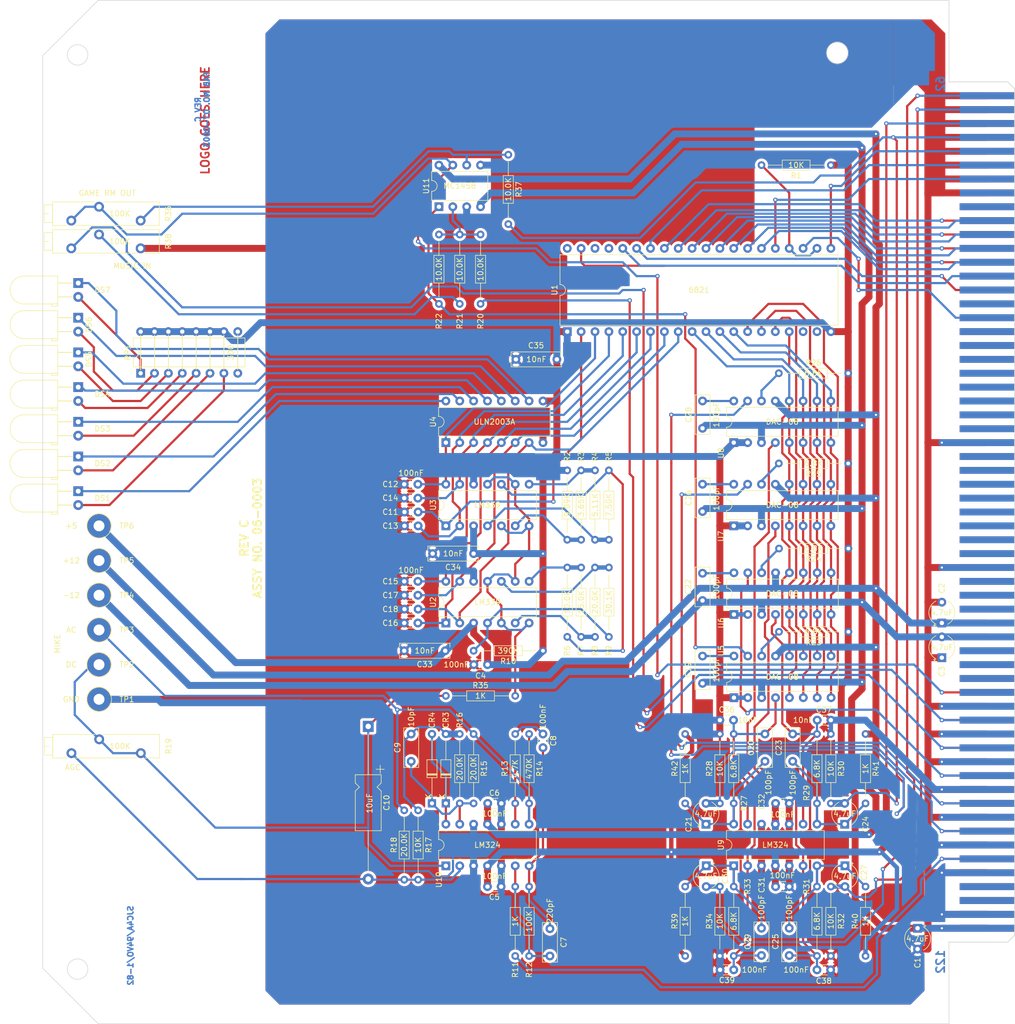
<source format=kicad_pcb>
(kicad_pcb (version 20221018) (generator pcbnew)
  (layers (0 "F.Cu" signal) (31 "B.Cu" signal) (34 "B.Paste" user) (35 "F.Paste" user) (36 "B.SilkS" user "B.Silkscreen") (37 "F.SilkS" user "F.Silkscreen") (38 "B.Mask" user) (39 "F.Mask" user) (44 "Edge.Cuts" user))
  (net 0 "")
  (net 1 "+5V")
  (net 2 "GND")
  (net 3 "+12V")
  (net 4 "-12V")
  (net 5 "Net-(U10B--)")
  (net 6 "Net-(C7-Pad2)")
  (net 7 "Net-(C8-Pad2)")
  (net 8 "Net-(CR4-K)")
  (net 9 "Net-(CR3-A)")
  (net 10 "Net-(C10-Pad1)")
  (net 11 "Net-(U10A--)")
  (net 12 "PA0")
  (net 13 "PA1")
  (net 14 "PA2")
  (net 15 "PA3")
  (net 16 "PA4")
  (net 17 "PA5")
  (net 18 "PA6")
  (net 19 "PA7")
  (net 20 "Net-(C20-Pad2)")
  (net 21 "Pin 65")
  (net 22 "Net-(C23-Pad2)")
  (net 23 "Pin 64")
  (net 24 "Net-(CR3-K)")
  (net 25 "Net-(DS1-K)")
  (net 26 "Net-(DS1-A)")
  (net 27 "Net-(DS2-K)")
  (net 28 "Net-(DS2-A)")
  (net 29 "Net-(DS3-K)")
  (net 30 "Net-(DS3-A)")
  (net 31 "Net-(DS4-K)")
  (net 32 "Net-(DS4-A)")
  (net 33 "Net-(DS5-K)")
  (net 34 "Net-(DS5-A)")
  (net 35 "Net-(DS6-K)")
  (net 36 "Net-(DS6-A)")
  (net 37 "Net-(DS7-K)")
  (net 38 "Net-(DS7-A)")
  (net 40 "D0")
  (net 41 "D2")
  (net 42 "D4")
  (net 43 "D6")
  (net 45 "RS1")
  (net 70 "BGOUT")
  (net 71 "BGIN")
  (net 72 "MIKEIN")
  (net 73 "R2R_audio_track")
  (net 74 "Pin 113")
  (net 75 "AGCMIC")
  (net 77 "R{slash}~{W}")
  (net 78 "{slash}RESET")
  (net 79 "E")
  (net 82 "D1")
  (net 83 "D3")
  (net 84 "D5")
  (net 85 "D7")
  (net 86 "RS0")
  (net 89 "{slash}CS")
  (net 114 "Net-(U1-CS0)")
  (net 115 "Vref8")
  (net 116 "Vref7")
  (net 117 "Vref6")
  (net 118 "Vref5")
  (net 119 "Vref4")
  (net 120 "Vref3")
  (net 121 "Vref2")
  (net 122 "Vref1")
  (net 123 "Net-(U10C--)")
  (net 124 "Net-(R14-Pad2)")
  (net 125 "Net-(U11A--)")
  (net 126 "Net-(R21-Pad2)")
  (net 127 "Net-(U2A-+)")
  (net 128 "Net-(U11B--)")
  (net 131 "PB0")
  (net 132 "PB1")
  (net 133 "PB2")
  (net 134 "PB3")
  (net 135 "PB4")
  (net 136 "PB5")
  (net 137 "PB6")
  (net 138 "PB7")
  (net 140 "CB2")
  (net 143 "CA2")
  (net 145 "Net-(U8-COMP)")
  (net 146 "Net-(U7-COMP)")
  (net 147 "Net-(U7-Vref+)")
  (net 148 "Net-(U8-Vref+)")
  (net 149 "Net-(U5-COMP)")
  (net 150 "Net-(U6-COMP)")
  (net 151 "Net-(U5-Vref+)")
  (net 152 "Net-(U6-Vref+)")
  (net 155 "Pin 63")
  (net 156 "Pin 62")
  (net 157 "Net-(C25-Pad1)")
  (net 158 "Net-(C29-Pad2)")
  (net 159 "Net-(U5-Vref-)")
  (net 160 "Pin 115")
  (net 161 "Net-(U5-Iout)")
  (net 162 "Net-(U6-Iout)")
  (net 163 "Net-(U7-Iout)")
  (net 164 "Net-(U8-Iout)")
  (footprint "Capacitor_THT:C_Rect_L7.0mm_W2.5mm_P5.00mm" (layer "F.Cu") (at 188.595 182.165 90)
    (fp_text reference "C29")
    (fp_text value "100pF")
  )
  (footprint "Package_DIP:DIP-14_W7.62mm" (layer "F.Cu") (at 130.81 103.515 90)
    (fp_text reference "U3")
    (fp_text value "LM339")
  )
  (footprint "Evan's parts:R_Axial_DIN0204_L3.6mm_D1.6mm_P12.7mm_Horizontal" (layer "F.Cu") (at 153.035 113.675 -90)
    (fp_text reference "R6")
    (fp_text value "10.0K")
  )
  (footprint "TestPoint:TestPoint_Plated_Hole_D3.0mm" (layer "F.Cu") (at 67.31 116.215 180)
    (fp_text reference "TP4")
    (fp_text value "-12")
  )
  (footprint "Capacitor_THT:C_Disc_D3.0mm_W1.6mm_P2.50mm" (layer "F.Cu") (at 201.255 184.785 180)
    (fp_text reference "C38")
    (fp_text value "100nF")
  )
  (footprint "LED_THT:LED_D5.0mm_Horizontal_O3.81mm_Z15.0mm" (layer "F.Cu") (at 63.5 97.165 -90)
    (fp_text reference "DS1")
    (fp_text value "LED")
  )
  (footprint "Capacitor_THT:C_Disc_D3.0mm_W1.6mm_P2.50mm" (layer "F.Cu") (at 191.175 154.315)
    (fp_text reference "C32")
    (fp_text value "100nF")
  )
  (footprint "Evan's parts:R_Axial_DIN0204_L3.6mm_D1.6mm_P12.7mm_Horizontal" (layer "F.Cu") (at 133.35 151.775 90)
    (fp_text reference "R16")
    (fp_text value "20.0K")
  )
  (footprint "Capacitor_THT:C_Disc_D3.0mm_W1.6mm_P2.50mm" (layer "F.Cu") (at 181.015 184.785)
    (fp_text reference "C39")
    (fp_text value "100nF")
  )
  (footprint "Package_DIP:DIP-16_W7.62mm" (layer "F.Cu") (at 130.81 88.275 90)
    (fp_text reference "U4")
    (fp_text value "ULN2003A")
  )
  (footprint "Capacitor_THT:C_Rect_L7.0mm_W2.5mm_P5.00mm" (layer "F.Cu") (at 177.8 80.645 -90)
    (fp_text reference "C28")
    (fp_text value "100pF")
  )
  (footprint "Evan's parts:R_Axial_DIN0204_L3.6mm_D1.6mm_P12.7mm_Horizontal" (layer "F.Cu") (at 137.16 52.715 -90)
    (fp_text reference "R20")
    (fp_text value "10.0K")
  )
  (footprint "Capacitor_THT:C_Rect_L7.0mm_W2.5mm_P5.00mm" (layer "F.Cu") (at 177.8 95.885 -90)
    (fp_text reference "C26")
    (fp_text value "100pF")
  )
  (footprint "Evan's parts:R_Axial_DIN0204_L3.6mm_D1.6mm_P12.7mm_Horizontal" (layer "F.Cu") (at 180.975 179.705 90)
    (fp_text reference "R34")
    (fp_text value "10K")
  )
  (footprint "Diode_THT:D_DO-34_SOD68_P12.70mm_Horizontal" (layer "F.Cu") (at 130.81 154.315 90)
    (fp_text reference "CR3")
    (fp_text value "1N4148")
  )
  (footprint "Capacitor_THT:C_Disc_D3.0mm_W1.6mm_P2.50mm" (layer "F.Cu") (at 125.69 113.675 180)
    (fp_text reference "C15")
    (fp_text value "100nF")
  )
  (footprint "Capacitor_THT:C_Disc_D3.0mm_W1.6mm_P2.50mm" (layer "F.Cu") (at 125.73 103.515 180)
    (fp_text reference "C13")
    (fp_text value "100nF")
  )
  (footprint "Evan's parts:R_Axial_DIN0204_L3.6mm_D1.6mm_P12.7mm_Horizontal" (layer "F.Cu") (at 158.115 113.675 -90)
    (fp_text reference "R8")
    (fp_text value "20.0K")
  )
  (footprint "Package_DIP:DIP-8_W7.62mm" (layer "F.Cu") (at 129.54 45.095 90)
    (fp_text reference "U11")
    (fp_text value "MC1458")
  )
  (footprint "Package_DIP:DIP-14_W7.62mm" (layer "F.Cu") (at 130.81 165.745 90)
    (fp_text reference "U10")
    (fp_text value "LM324")
  )
  (footprint "Diode_THT:D_DO-34_SOD68_P12.70mm_Horizontal" (layer "F.Cu") (at 128.27 154.315 90)
    (fp_text reference "CR4")
    (fp_text value "1N4148")
  )
  (footprint "Evan's parts:R_Axial_DIN0204_L3.6mm_D1.6mm_P12.7mm_Horizontal" (layer "F.Cu") (at 180.975 151.775 90)
    (fp_text reference "R28")
    (fp_text value "10K")
  )
  (footprint "Evan's parts:R_Axial_DIN0204_L3.6mm_D1.6mm_P12.7mm_Horizontal" (layer "F.Cu") (at 174.625 144.155 -90)
    (fp_text reference "R42")
    (fp_text value "1K")
  )
  (footprint "Capacitor_THT:C_Rect_L7.0mm_W2.5mm_P5.00mm" (layer "F.Cu") (at 193.675 177.165 -90)
    (fp_text reference "C25")
    (fp_text value "100pF")
  )
  (footprint "Evan's parts:R_Axial_DIN0204_L3.6mm_D1.6mm_P12.7mm_Horizontal" (layer "F.Cu") (at 201.93 75.575 180)
    (fp_text reference "R26")
    (fp_text value "6.8K")
  )
  (footprint "Evan's parts:R_Axial_DIN0204_L3.6mm_D1.6mm_P12.7mm_Horizontal" (layer "F.Cu") (at 160.655 95.895 -90)
    (fp_text reference "R5")
    (fp_text value "7.50K")
  )
  (footprint "Evan's parts:R_Axial_DIN0204_L3.6mm_D1.6mm_P12.7mm_Horizontal" (layer "F.Cu") (at 129.54 52.715 -90)
    (fp_text reference "R22")
    (fp_text value "10.0K")
  )
  (footprint "Potentiometer_THT:Potentiometer_Bourns_3005_Horizontal" (layer "F.Cu") (at 74.93 52.715)
    (fp_text reference "R38")
    (fp_text value "100K")
  )
  (footprint "Evan's parts:R_Axial_DIN0204_L3.6mm_D1.6mm_P12.7mm_Horizontal" (layer "F.Cu") (at 174.625 172.085 -90)
    (fp_text reference "R39")
    (fp_text value "1K")
  )
  (footprint "Evan's parts:CP_Radial_Tantal_D4mm_P3.81mm" (layer "F.Cu") (at 178.47 165.735 -90)
    (fp_text reference "C30")
    (fp_text value "4.7uF")
  )
  (footprint "LED_THT:LED_D5.0mm_Horizontal_O3.81mm_Z15.0mm" (layer "F.Cu") (at 63.5 59.065 -90)
    (fp_text reference "DS7")
    (fp_text value "LED")
  )
  (footprint "LED_THT:LED_D5.0mm_Horizontal_O3.81mm_Z15.0mm" (layer "F.Cu") (at 63.5 71.765 -90)
    (fp_text reference "DS5")
    (fp_text value "LED")
  )
  (footprint "Capacitor_THT:C_Rect_L7.0mm_W2.5mm_P5.00mm" (layer "F.Cu") (at 124.46 146.615 90)
    (fp_text reference "C9")
    (fp_text value "10pF")
  )
  (footprint "LED_THT:LED_D5.0mm_Horizontal_O3.81mm_Z15.0mm" (layer "F.Cu") (at 63.5 65.415 -90)
    (fp_text reference "DS6")
    (fp_text value "LED")
  )
  (footprint "Capacitor_THT:C_Disc_D3.0mm_W1.6mm_P2.50mm" (layer "F.Cu") (at 180.975 139.075)
    (fp_text reference "C36")
    (fp_text value "10nF")
  )
  (footprint "Evan's parts:R_Axial_DIN0204_L3.6mm_D1.6mm_P12.7mm_Horizontal" (layer "F.Cu") (at 198.755 172.085 -90)
    (fp_text reference "R31")
    (fp_text value "6.8K")
  )
  (footprint "Capacitor_THT:C_Rect_L7.0mm_W2.5mm_P5.00mm" (layer "F.Cu") (at 177.8 112.185 -90)
    (fp_text reference "C22")
    (fp_text value "100pF")
  )
  (footprint "Capacitor_THT:C_Disc_D3.0mm_W1.6mm_P2.50mm" (layer "F.Cu") (at 125.73 100.975 180)
    (fp_text reference "C11")
    (fp_text value "100nF")
  )
  (footprint "Capacitor_THT:C_Rect_L7.0mm_W2.5mm_P5.00mm" (layer "F.Cu") (at 177.8 127.345 -90)
    (fp_text reference "C19")
    (fp_text value "100pF")
  )
  (footprint "Capacitor_THT:C_Disc_D3.0mm_W1.6mm_P2.50mm" (layer "F.Cu") (at 140.97 154.315 180)
    (fp_text reference "C6")
    (fp_text value "100nF")
  )
  (footprint "TestPoint:TestPoint_Plated_Hole_D3.0mm" (layer "F.Cu") (at 67.31 103.515 180)
    (fp_text reference "TP6")
    (fp_text value "+5")
  )
  (footprint "TestPoint:TestPoint_Plated_Hole_D3.0mm" (layer "F.Cu") (at 67.31 135.265 180)
    (fp_text reference "TP1")
    (fp_text value "GND")
  )
  (footprint "TestPoint:TestPoint_Plated_Hole_D3.0mm" (layer "F.Cu") (at 67.31 122.565 180)
    (fp_text reference "TP3")
    (fp_text value "MIKE AC")
  )
  (footprint "Evan's parts:R_Axial_DIN0204_L3.6mm_D1.6mm_P12.7mm_Horizontal" (layer "F.Cu") (at 146.05 144.155 -90)
    (fp_text reference "R14")
    (fp_text value "470K")
  )
  (footprint "Evan's parts:R_Axial_DIN0204_L3.6mm_D1.6mm_P12.7mm_Horizontal" (layer "F.Cu") (at 123.19 158.125 -90)
    (fp_text reference "R18")
    (fp_text value "20.0K")
  )
  (footprint "Evan's parts:R_Axial_DIN0204_L3.6mm_D1.6mm_P12.7mm_Horizontal" (layer "F.Cu") (at 160.655 121.295 90)
    (fp_text reference "R9")
    (fp_text value "30.1K")
  )
  (footprint "Capacitor_THT:C_Rect_L7.0mm_W2.5mm_P5.00mm" (layer "F.Cu") (at 194.31 141.615 -90)
    (fp_text reference "C23")
    (fp_text value "100pF")
  )
  (footprint "Evan's parts:R_Axial_DIN0204_L3.6mm_D1.6mm_P12.7mm_Horizontal" (layer "F.Cu") (at 201.93 92.085 180)
    (fp_text reference "R25")
    (fp_text value "6.8K")
  )
  (footprint "Evan's parts:R_Axial_DIN0204_L3.6mm_D1.6mm_P12.7mm_Horizontal" (layer "F.Cu") (at 207.645 144.155 -90)
    (fp_text reference "R41")
    (fp_text value "1K")
  )
  (footprint "Evan's parts:CP_Radial_Tantal_D4mm_P3.81mm" (layer "F.Cu") (at 221.615 127.645 90)
    (fp_text reference "C3")
    (fp_text value "4.7uF")
  )
  (footprint "Evan's parts:R_Axial_DIN0204_L3.6mm_D1.6mm_P12.7mm_Horizontal" (layer "F.Cu") (at 143.51 179.715 90)
    (fp_text reference "R11")
    (fp_text value "1K")
  )
  (footprint "Package_DIP:DIP-16_W7.62mm" (layer "F.Cu") (at 183.515 88.275 90)
    (fp_text reference "U8")
    (fp_text value "DAC-08")
  )
  (footprint "Capacitor_THT:C_Disc_D3.0mm_W1.6mm_P2.50mm" (layer "F.Cu") (at 201.295 139.075 180)
    (fp_text reference "C37")
    (fp_text value "10nF")
  )
  (footprint "Evan's parts:R_Axial_DIN0204_L3.6mm_D1.6mm_P12.7mm_Horizontal" (layer "F.Cu") (at 125.73 158.125 -90)
    (fp_text reference "R17")
    (fp_text value "10K")
  )
  (footprint "Package_DIP:DIP-40_W15.24mm" (layer "F.Cu") (at 153.035 67.955 90)
    (fp_text reference "U1")
    (fp_text value "6821")
  )
  (footprint "Package_DIP:DIP-14_W7.62mm" (layer "F.Cu") (at 130.81 121.295 90)
    (fp_text reference "U2")
    (fp_text value "LM339")
  )
  (footprint "Capacitor_THT:C_Disc_D3.0mm_W1.6mm_P2.50mm" (layer "F.Cu") (at 125.69 116.215 180)
    (fp_text reference "C17")
    (fp_text value "100nF")
  )
  (footprint "Evan's parts:R_Axial_DIN0204_L3.6mm_D1.6mm_P12.7mm_Horizontal" (layer "F.Cu") (at 146.05 126.375 180)
    (fp_text reference "R10")
    (fp_text value "390K")
  )
  (footprint "Evan's parts:R_Axial_DIN0204_L3.6mm_D1.6mm_P12.7mm_Horizontal" (layer "F.Cu") (at 133.35 52.715 -90)
    (fp_text reference "R21")
    (fp_text value "10.0K")
  )
  (footprint "Evan's parts:R_Axial_DIN0204_L3.6mm_D1.6mm_P12.7mm_Horizontal" (layer "F.Cu") (at 183.515 144.155 -90)
    (fp_text reference "R27")
    (fp_text value "6.8K")
  )
  (footprint "Capacitor_THT:C_Disc_D3.0mm_W1.6mm_P2.50mm" (layer "F.Cu") (at 125.69 95.895 180)
    (fp_text reference "C12")
    (fp_text value "100nF")
  )
  (footprint "Package_DIP:DIP-14_W7.62mm" (layer "F.Cu") (at 183.515 165.735 90)
    (fp_text reference "U9")
    (fp_text value "LM324")
  )
  (footprint "TestPoint:TestPoint_Plated_Hole_D3.0mm" (layer "F.Cu") (at 67.31 128.915 180)
    (fp_text reference "TP2")
    (fp_text value "MIKE DC")
  )
  (footprint "Capacitor_THT:C_Disc_D3.0mm_W1.6mm_P2.50mm" (layer "F.Cu") (at 138.43 169.555)
    (fp_text reference "C5")
    (fp_text value "100nF")
  )
  (footprint "Evan's parts:R_Axial_DIN0204_L3.6mm_D1.6mm_P12.7mm_Horizontal" (layer "F.Cu") (at 201.295 179.705 90)
    (fp_text reference "R32")
    (fp_text value "10K")
  )
  (footprint "LED_THT:LED_D5.0mm_Horizontal_O3.81mm_Z15.0mm" (layer "F.Cu") (at 63.5 90.815 -90)
    (fp_text reference "DS2")
    (fp_text value "LED")
  )
  (footprint "Capacitor_THT:C_Rect_L7.0mm_W2.5mm_P5.00mm" (layer "F.Cu") (at 189.23 141.615 -90)
    (fp_text reference "C20")
    (fp_text value "100pF")
  )
  (footprint "Evan's parts:R_Axial_DIN0204_L3.6mm_D1.6mm_P12.7mm_Horizontal" (layer "F.Cu") (at 143.51 144.155 -90)
    (fp_text reference "R13")
    (fp_text value "4.7K")
  )
  (footprint "Evan's parts:R_Axial_DIN0204_L3.6mm_D1.6mm_P12.7mm_Horizontal" (layer "F.Cu") (at 183.515 172.085 -90)
    (fp_text reference "R33")
    (fp_text value "6.8K")
  )
  (footprint "LED_THT:LED_D5.0mm_Horizontal_O3.81mm_Z15.0mm" (layer "F.Cu") (at 63.5 78.115 -90)
    (fp_text reference "DS4")
    (fp_text value "LED")
  )
  (footprint "LED_THT:LED_D5.0mm_Horizontal_O3.81mm_Z15.0mm" (layer "F.Cu") (at 63.5 84.465 -90)
    (fp_text reference "DS3")
    (fp_text value "LED")
  )
  (footprint "Package_DIP:DIP-16_W7.62mm" (layer "F.Cu") (at 183.515 103.515 90)
    (fp_text reference "U7")
    (fp_text value "DAC-08")
  )
  (footprint "Evan's parts:R_Axial_DIN0204_L3.6mm_D1.6mm_P12.7mm_Horizontal" (layer "F.Cu") (at 155.575 121.295 90)
    (fp_text reference "R7")
    (fp_text value "15.0K")
  )
  (footprint "Potentiometer_THT:Potentiometer_Bourns_3005_Horizontal" (layer "F.Cu") (at 74.93 47.635)
    (fp_text reference "R36")
    (fp_text value "100K")
  )
  (footprint "Evan's parts:R_Axial_DIN0204_L3.6mm_D1.6mm_P12.7mm_Horizontal" (layer "F.Cu") (at 142.24 38.11 -90)
    (fp_text reference "R37")
    (fp_text value "10.0K")
  )
  (footprint "Capacitor_THT:C_Rect_L9.0mm_W2.5mm_P7.50mm_MKT" (layer "F.Cu") (at 130.69 126.375 180)
    (fp_text reference "C33")
    (fp_text value "10nF")
  )
  (footprint "Evan's parts:R_Axial_DIN0204_L3.6mm_D1.6mm_P12.7mm_Horizontal" (layer "F.Cu") (at 201.965 122.9 180)
    (fp_text reference "R23")
    (fp_text value "6.8K")
  )
  (footprint "Capacitor_THT:C_Disc_D3.0mm_W1.6mm_P2.50mm" (layer "F.Cu") (at 148.59 144.115 90)
    (fp_text reference "C8")
    (fp_text value "100nF")
  )
  (footprint "Evan's parts:R_Axial_DIN0204_L3.6mm_D1.6mm_P12.7mm_Horizontal" (layer "F.Cu") (at 133.35 134.63)
    (fp_text reference "R35")
    (fp_text value "1K")
  )
  (footprint "Evan's parts:CP_Radial_Tantal_D4mm_P3.81mm" (layer "F.Cu") (at 203.87 165.735 -90)
    (fp_text reference "C27")
    (fp_text value "4.7uF")
  )
  (footprint "Evan's parts:R_Axial_DIN0204_L3.6mm_D1.6mm_P12.7mm_Horizontal" (layer "F.Cu") (at 198.755 144.155 -90)
    (fp_text reference "R29")
    (fp_text value "6.8K")
  )
  (footprint "Evan's parts:CP_Radial_Tantal_D4mm_P3.81mm" (layer "F.Cu") (at 178.435 158.125 90)
    (fp_text reference "C21")
    (fp_text value "4.7uF")
  )
  (footprint "Capacitor_THT:C_Disc_D3.0mm_W1.6mm_P2.50mm" (layer "F.Cu") (at 193.675 169.555 180)
    (fp_text reference "C31")
    (fp_text value "100nF")
  )
  (footprint "Package_DIP:DIP-16_W7.62mm" (layer "F.Cu") (at 183.55 134.965 90)
    (fp_text reference "U5")
    (fp_text value "DAC-08")
  )
  (footprint "Evan's parts:R_Axial_DIN0204_L3.6mm_D1.6mm_P12.7mm_Horizontal" (layer "F.Cu") (at 201.965 107.66 180)
    (fp_text reference "R24")
    (fp_text value "6.8K")
  )
  (footprint "TestPoint:TestPoint_Plated_Hole_D3.0mm" (layer "F.Cu") (at 67.31 109.865 180)
    (fp_text reference "TP5")
    (fp_text value "+12")
  )
  (footprint "Evan's parts:R_Axial_DIN0204_L3.6mm_D1.6mm_P12.7mm_Horizontal" (layer "F.Cu") (at 146.05 179.715 90)
    (fp_text reference "R12")
    (fp_text value "100K")
  )
  (footprint "Evan's parts:CP_Axial_L10.0mm_D4.5mm_P27.94mm_Horizontal" (layer "F.Cu") (at 116.5975 140.225 -90)
    (fp_text reference "C10")
    (fp_text value "10uF")
  )
  (footprint "Package_DIP:DIP-16_W7.62mm" (layer "F.Cu") (at 74.93 75.575 90)
    (fp_text reference "RP1")
    (fp_text value "300")
  )
  (footprint "Capacitor_THT:C_Rect_L9.0mm_W2.5mm_P7.50mm_MKT" (layer "F.Cu") (at 135.89 108.595 180)
    (fp_text reference "C34")
    (fp_text value "10nF")
  )
  (footprint "Evan's parts:CP_Radial_Tantal_D4mm_P3.81mm" (layer "F.Cu") (at 203.835 158.125 90)
    (fp_text reference "C24")
    (fp_text value "4.7uF")
  )
  (footprint "Evan's parts:CP_Radial_Tantal_D4mm_P3.81mm" (layer "F.Cu") (at 221.615 121.295 90)
    (fp_text reference "C2")
    (fp_text value "4.7uF")
  )
  (footprint "Capacitor_THT:C_Rect_L7.0mm_W2.5mm_P5.00mm" (layer "F.Cu") (at 149.86 182.255 90)
    (fp_text reference "C7")
    (fp_text value "220pF")
  )
  (footprint "Capacitor_THT:C_Disc_D3.0mm_W1.6mm_P2.50mm" (layer "F.Cu") (at 125.69 98.435 180)
    (fp_text reference "C14")
    (fp_text value "100nF")
  )
  (footprint "Evan's parts:R_Axial_DIN0204_L3.6mm_D1.6mm_P12.7mm_Horizontal" (layer "F.Cu") (at 155.575 95.895 -90)
    (fp_text reference "R3")
    (fp_text value "3.65K")
  )
  (footprint "Evan's parts:R_Axial_DIN0204_L3.6mm_D1.6mm_P12.7mm_Horizontal" (layer "F.Cu") (at 207.645 172.085 -90)
    (fp_text reference "R40")
    (fp_text value "1K")
  )
  (footprint "Evan's parts:R_Axial_DIN0204_L3.6mm_D1.6mm_P12.7mm_Horizontal" (layer "F.Cu") (at 198.755 37.475 180)
    (fp_text reference "R1")
    (fp_text value "10K")
  )
  (footprint "Capacitor_THT:C_Disc_D3.0mm_W1.6mm_P2.50mm" (layer "F.Cu") (at 125.73 118.755 180)
    (fp_text reference "C18")
    (fp_text value "100nF")
  )
  (footprint "Evan's parts:CP_Radial_Tantal_D4mm_P3.81mm" (layer "F.Cu") (at 217.17 177.175 -90)
    (fp_text reference "C1")
    (fp_text value "4.7uF")
  )
  (footprint "Capacitor_THT:C_Rect_L9.0mm_W2.5mm_P7.50mm_MKT" (layer "F.Cu") (at 151.13 73.035 180)
    (fp_text reference "C35")
    (fp_text value "10nF")
  )
  (footprint "Evan's parts:R_Axial_DIN0204_L3.6mm_D1.6mm_P12.7mm_Horizontal" (layer "F.Cu") (at 158.115 103.515 90)
    (fp_text reference "R4")
    (fp_text value "5.11K")
  )
  (footprint "Capacitor_THT:C_Disc_D3.0mm_W1.6mm_P2.50mm" (layer "F.Cu") (at 125.69 121.295 180)
    (fp_text reference "C16")
    (fp_text value "100nF")
  )
  (footprint "Capacitor_THT:C_Disc_D3.0mm_W1.6mm_P2.50mm" (layer "F.Cu") (at 138.43 128.915 180)
    (fp_text reference "C4")
    (fp_text value "100nF")
  )
  (footprint "Potentiometer_THT:Potentiometer_Bourns_3005_Horizontal" (layer "F.Cu") (at 74.965 145.125)
    (fp_text reference "R19")
    (fp_text value "100K")
  )
  (footprint "Evan's parts:Chuck_E_Cheese_large_card_edge" (layer "F.Cu") (at 229.87 177.175 90)
    (fp_text reference "J1" hide)
    (fp_text value "CEC card edge connector large")
    (fp_line (start -2.54 3.81) (end -2.54 -6.95) (stroke (width 0.12)) (layer "Edge.Cuts"))
    (fp_line (start -1.27 5.08) (end -2.54 3.81) (stroke (width 0.12)) (layer "Edge.Cuts"))
    (fp_line (start -1.27 5.08) (end 153.67 5.08) (stroke (width 0.12)) (layer "Edge.Cuts"))
    (fp_line (start 154.94 3.81) (end 153.67 5.08) (stroke (width 0.12)) (layer "Edge.Cuts"))
    (fp_line (start 154.94 3.81) (end 154.94 -6.95) (stroke (width 0.12)) (layer "Edge.Cuts"))
  )
  (footprint "Package_DIP:DIP-16_W7.62mm" (layer "F.Cu") (at 183.55 119.725 90)
    (fp_text reference "U6")
    (fp_text value "DAC-08")
  )
  (footprint "Evan's parts:R_Axial_DIN0204_L3.6mm_D1.6mm_P12.7mm_Horizontal" (layer "F.Cu") (at 135.89 151.775 90)
    (fp_text reference "R15")
    (fp_text value "20.0K")
  )
  (footprint "Evan's parts:R_Axial_DIN0204_L3.6mm_D1.6mm_P12.7mm_Horizontal" (layer "F.Cu") (at 153.035 103.515 90)
    (fp_text reference "R2")
    (fp_text value "9.09K")
  )
  (footprint "Evan's parts:R_Axial_DIN0204_L3.6mm_D1.6mm_P12.7mm_Horizontal" (layer "F.Cu") (at 201.295 144.155 -90)
    (fp_text reference "R30")
    (fp_text value "10K")
  )
  (gr_line (start 82.55 68.58) (end 82.55 74.93) (stroke (width 0.15)) (layer "F.SilkS"))
  (gr_line (start 90.17 68.58) (end 90.17 74.93) (stroke (width 0.15)) (layer "F.SilkS"))
  (gr_line (start 92.71 68.58) (end 92.71 74.93) (stroke (width 0.15)) (layer "F.SilkS"))
  (gr_line (start 85.09 68.58) (end 85.09 74.93) (stroke (width 0.15)) (layer "F.SilkS"))
  (gr_line (start 74.93 68.58) (end 74.93 74.93) (stroke (width 0.15)) (layer "F.SilkS"))
  (gr_line (start 77.47 68.58) (end 77.47 74.93) (stroke (width 0.15)) (layer "F.SilkS"))
  (gr_line (start 80.01 68.58) (end 80.01 74.93) (stroke (width 0.15)) (layer "F.SilkS"))
  (gr_line (start 87.63 68.58) (end 87.63 74.93) (stroke (width 0.15)) (layer "F.SilkS"))
  (gr_line (start 57.02 184.505) (end 67.17 194.655) (stroke (width 0.1)) (layer "Edge.Cuts"))
  (gr_line (start 222.92 22.235) (end 222.92 7.295) (stroke (width 0.1)) (layer "Edge.Cuts"))
  (gr_circle (center 202.48 16.925) (end 204.45 16.925) (stroke (width 0.1)) (fill none) (layer "Edge.Cuts"))
  (gr_circle (center 63.39 184.655) (end 63.39 182.785) (stroke (width 0.1)) (fill none) (layer "Edge.Cuts"))
  (gr_line (start 67.17 7.295) (end 222.92 7.295) (stroke (width 0.1)) (layer "Edge.Cuts"))
  (gr_line (start 57.02 17.445) (end 67.17 7.295) (stroke (width 0.1)) (layer "Edge.Cuts"))
  (gr_circle (center 63.39 17.295) (end 63.39 15.425) (stroke (width 0.1)) (fill none) (layer "Edge.Cuts"))
  (gr_line (start 57.02 184.505) (end 57.02 17.445) (stroke (width 0.1)) (layer "Edge.Cuts"))
  (gr_line (start 67.17 194.655) (end 222.92 194.655) (stroke (width 0.1)) (layer "Edge.Cuts"))
  (gr_line (start 222.92 179.715) (end 222.92 194.655) (stroke (width 0.1)) (layer "Edge.Cuts"))
  (gr_text "LOGO GOES HERE" (at 87.63 39.37 90) (layer "F.Cu") (effects (font (size 1.5 1.5) (thickness 0.3) bold) (justify left bottom)))
  (gr_text "122" (at 222.25 180.985 90) (layer "B.Cu") (effects (font (size 1.5 1.5) (thickness 0.3) bold) (justify left bottom mirror)))
  (gr_text "SJC4A/94VO/1-82" (at 73.66 180.34 90) (layer "B.Cu") (effects (font (size 1 1) (thickness 0.25) bold) (justify bottom mirror)))
  (gr_text "62" (at 222.25 20.965 90) (layer "B.Cu") (effects (font (size 1.5 1.5) (thickness 0.3) bold) (justify left bottom mirror)))
  (gr_text "REV C\nFAB NO. 07-0003" (at 87.63 27.315 90) (layer "B.Cu") (effects (font (size 1 1) (thickness 0.25) bold) (justify bottom mirror)))
  (gr_text "GAME RM OUT" (at 63.5 43.19) (layer "F.SilkS") (effects (font (size 1 1)) (justify left bottom)))
  (gr_text "AC" (at 62.23 122.565) (layer "F.SilkS") (effects (font (size 1 1))))
  (gr_text "REV C\nASSY NO. 06-0003" (at 97.19 105.755 90) (layer "F.SilkS") (effects (font (size 1.5 1.5) (thickness 0.3) bold) (justify bottom)))
  (gr_text "MIKE" (at 59.69 125.105 90) (layer "F.SilkS") (effects (font (size 1 1))))
  (gr_text "AGC" (at 60.96 148.3) (layer "F.SilkS") (effects (font (size 1 1)) (justify left bottom)))
  (gr_text "DC" (at 62.23 128.915) (layer "F.SilkS") (effects (font (size 1 1))))
  (gr_text "MUSIC IN" (at 69.85 56.525) (layer "F.SilkS") (effects (font (size 1 1)) (justify left bottom)))
  (segment (start 148.59 126.375) (end 148.59 108.595) (width 1.27) (layer "F.Cu") (net 1))
  (segment (start 138.43 125.74) (end 138.43 128.915) (width 1.27) (layer "F.Cu") (net 1))
  (segment (start 217.17 177.175) (end 210.82 177.175) (width 1.27) (layer "F.Cu") (net 1))
  (segment (start 205.74 172.095) (end 205.74 152.41) (width 1.27) (layer "F.Cu") (net 1))
  (segment (start 203.2 132.725) (end 204.47 131.455) (width 1.27) (layer "F.Cu") (net 1))
  (segment (start 205.74 152.41) (end 203.2 149.87) (width 1.27) (layer "F.Cu") (net 1))
  (segment (start 151.13 90.18) (end 151.13 80.655) (width 1.27) (layer "F.Cu") (net 1))
  (segment (start 203.2 149.87) (end 203.2 132.725) (width 1.27) (layer "F.Cu") (net 1))
  (segment (start 201.295 67.955) (end 204.47 67.955) (width 1.27) (layer "F.Cu") (net 1))
  (segment (start 204.47 37.475) (end 201.295 37.475) (width 1.27) (layer "F.Cu") (net 1))
  (segment (start 148.59 108.595) (end 148.59 92.72) (width 1.27) (layer "F.Cu") (net 1))
  (segment (start 204.47 78.115) (end 204.47 92.085) (width 1.27) (layer "F.Cu") (net 1))
  (segment (start 148.59 80.655) (end 151.13 80.655) (width 1.27) (layer "F.Cu") (net 1))
  (segment (start 204.47 67.955) (end 204.47 37.475) (width 1.27) (layer "F.Cu") (net 1))
  (segment (start 204.47 131.455) (end 204.47 92.085) (width 1.27) (layer "F.Cu") (net 1))
  (segment (start 210.82 177.175) (end 205.74 172.095) (width 1.27) (layer "F.Cu") (net 1))
  (segment (start 229.87 177.175) (end 221.615 177.175) (width 1.27) (layer "F.Cu") (net 1))
  (segment (start 151.13 80.655) (end 151.13 73.035) (width 1.27) (layer "F.Cu") (net 1))
  (segment (start 148.59 92.72) (end 151.13 90.18) (width 1.27) (layer "F.Cu") (net 1))
  (segment (start 135.89 121.295) (end 135.89 123.2) (width 1.27) (layer "F.Cu") (net 1))
  (segment (start 204.47 67.955) (end 204.47 78.115) (width 1.27) (layer "F.Cu") (net 1))
  (segment (start 135.89 123.2) (end 138.43 125.74) (width 1.27) (layer "F.Cu") (net 1))
  (via (at 221.615 177.175) (size 0.8) (drill 0.4) (layers "F.Cu" "B.Cu") (net 1))
  (via (at 148.59 108.595) (size 0.8) (drill 0.4) (layers "F.Cu" "B.Cu") (net 1))
  (segment (start 74.93 67.955) (end 90.17 67.955) (width 1.27) (layer "B.Cu") (net 1))
  (segment (start 90.17 67.955) (end 91.805 69.59) (width 1.27) (layer "B.Cu") (net 1))
  (segment (start 229.87 177.175) (end 221.615 177.175) (width 1.27) (layer "B.Cu") (net 1))
  (segment (start 128.5275 128.5375) (end 92.3325 128.5375) (width 1.27) (layer "B.Cu") (net 1))
  (segment (start 138.43 128.915) (end 146.05 128.915) (width 1.27) (layer "B.Cu") (net 1))
  (segment (start 130.69 126.375) (end 130.81 126.375) (width 1.27) (layer "B.Cu") (net 1))
  (segment (start 130.69 126.375) (end 128.5275 128.5375) (width 1.27) (layer "B.Cu") (net 1))
  (segment (start 92.3325 128.5375) (end 67.31 103.515) (width 1.27) (layer "B.Cu") (net 1))
  (segment (start 135.89 108.595) (end 135.89 103.515) (width 1.27) (layer "B.Cu") (net 1))
  (segment (start 96.885 66.32) (end 151.13 66.32) (width 1.27) (layer "B.Cu") (net 1))
  (segment (start 91.805 69.59) (end 93.615 69.59) (width 1.27) (layer "B.Cu") (net 1))
  (segment (start 93.615 69.59) (end 96.885 66.32) (width 1.27) (layer "B.Cu") (net 1))
  (segment (start 199.66 66.32) (end 201.295 67.955) (width 1.27) (layer "B.Cu") (net 1))
  (segment (start 148.59 108.595) (end 135.89 108.595) (width 1.27) (layer "B.Cu") (net 1))
  (segment (start 151.13 66.32) (end 199.66 66.32) (width 1.27) (layer "B.Cu") (net 1))
  (segment (start 130.81 126.375) (end 135.89 121.295) (width 1.27) (layer "B.Cu") (net 1))
  (segment (start 146.05 128.915) (end 148.59 126.375) (width 1.27) (layer "B.Cu") (net 1))
  (segment (start 221.615 177.175) (end 217.17 177.175) (width 1.27) (layer "B.Cu") (net 1))
  (segment (start 151.13 73.035) (end 151.13 66.32) (width 1.27) (layer "B.Cu") (net 1))
  (segment (start 180.975 134.62) (end 180.975 139.075) (width 1.27) (layer "F.Cu") (net 2))
  (segment (start 219.075 161.935) (end 221.615 161.935) (width 1.27) (layer "F.Cu") (net 2))
  (segment (start 219.075 24.775) (end 229.87 24.775) (width 1.27) (layer "F.Cu") (net 2))
  (segment (start 219.075 40.015) (end 219.075 37.475) (width 1.27) (layer "F.Cu") (net 2))
  (segment (start 183.515 88.275) (end 180.975 90.815) (width 1.27) (layer "F.Cu") (net 2))
  (segment (start 219.075 164.475) (end 219.075 167.015) (width 1.27) (layer "F.Cu") (net 2))
  (segment (start 219.075 37.475) (end 219.075 34.935) (width 1.27) (layer "F.Cu") (net 2))
  (segment (start 181.32 134.965) (end 180.975 134.62) (width 1.27) (layer "F.Cu") (net 2))
  (segment (start 133.985 47.635) (end 134.62 47.635) (width 0.8) (layer "F.Cu") (net 2))
  (segment (start 219.075 151.775) (end 221.615 151.775) (width 1.27) (layer "F.Cu") (net 2))
  (segment (start 219.075 32.395) (end 219.075 29.855) (width 1.27) (layer "F.Cu") (net 2))
  (segment (start 140.93 169.555) (end 140.93 172.055) (width 1.27) (layer "F.Cu") (net 2))
  (segment (start 213.995 173.365) (end 212.09 175.27) (width 1.27) (layer "F.Cu") (net 2))
  (segment (start 219.075 27.315) (end 229.87 27.315) (width 1.27) (layer "F.Cu") (net 2))
  (segment (start 219.075 156.855) (end 221.615 156.855) (width 1.27) (layer "F.Cu") (net 2))
  (segment (start 180.975 103.515) (end 183.515 103.515) (width 1.27) (layer "F.Cu") (net 2))
  (segment (start 188.595 160.665) (end 188.595 158.115) (width 0.4) (layer "F.Cu") (net 2))
  (segment (start 193.675 163.84) (end 193.675 165.735) (width 1.27) (layer "F.Cu") (net 2))
  (segment (start 180.975 147.33) (end 184.785 151.14) (width 0.4) (layer "F.Cu") (net 2))
  (segment (start 219.075 141.615) (end 219.075 146.695) (width 1.27) (layer "F.Cu") (net 2))
  (segment (start 219.075 117.485) (end 221.615 117.485) (width 1.27) (layer "F.Cu") (net 2))
  (segment (start 229.87 151.775) (end 221.615 151.775) (width 1.27) (layer "F.Cu") (net 2))
  (segment (start 229.87 136.535) (end 221.615 136.535) (width 1.27) (layer "F.Cu") (net 2))
  (segment (start 219.075 27.315) (end 219.075 24.775) (width 1.27) (layer "F.Cu") (net 2))
  (segment (start 219.075 127.645) (end 219.075 117.485) (width 1.27) (layer "F.Cu") (net 2))
  (segment (start 219.075 34.935) (end 219.075 32.395) (width 1.27) (layer "F.Cu") (net 2))
  (segment (start 193.675 158.115) (end 193.675 163.84) (width 1.27) (layer "F.Cu") (net 2))
  (segment (start 153.035 67.955) (end 149.86 67.955) (width 1.27) (layer "F.Cu") (net 2))
  (segment (start 74.93 52.715) (end 111.76 52.715) (width 1.27) (layer "F.Cu") (net 2))
  (segment (start 188.595 165.735) (end 188.595 168.92) (width 1.27) (layer "F.Cu") (net 2))
  (segment (start 140.97 154.315) (end 140.97 151.775) (width 1.27) (layer "F.Cu") (net 2))
  (segment (start 180.975 147.33) (end 180.975 141.615) (width 0.4) (layer "F.Cu") (net 2))
  (segment (start 219.075 88.275) (end 219.075 42.555) (width 1.27) (layer "F.Cu") (net 2))
  (segment (start 219.075 174.635) (end 221.615 174.635) (width 1.27) (layer "F.Cu") (net 2))
  (segment (start 134.62 47.635) (end 134.62 45.095) (width 0.8) (layer "F.Cu") (net 2))
  (segment (start 180.975 90.815) (end 180.975 103.515) (width 1.27) (layer "F.Cu") (net 2))
  (segment (start 140.335 47.635) (end 140.335 37.475) (width 0.8) (layer "F.Cu") (net 2))
  (segment (start 219.075 151.775) (end 219.075 156.855) (width 1.27) (layer "F.Cu") (net 2))
  (segment (start 219.075 34.935) (end 229.87 34.935) (width 1.27) (layer "F.Cu") (net 2))
  (segment (start 229.87 161.935) (end 221.615 161.935) (width 1.27) (layer "F.Cu") (net 2))
  (segment (start 219.075 146.695) (end 221.615 146.695) (width 1.27) (layer "F.Cu") (net 2))
  (segment (start 134.62 47.635) (end 140.335 47.635) (width 0.8) (layer "F.Cu") (net 2))
  (segment (start 188.595 163.84) (end 188.595 165.735) (width 0.4) (layer "F.Cu") (net 2))
  (segment (start 184.785 171.46) (end 184.785 163.84) (width 0.4) (layer "F.Cu") (net 2))
  (segment (start 197.485 160.03) (end 197.485 151.14) (width 0.4) (layer "F.Cu") (net 2))
  (segment (start 219.075 127.645) (end 219.075 136.535) (width 1.27) (layer "F.Cu") (net 2))
  (segment (start 193.675 158.115) (end 193.675 154.315) (width 1.27) (layer "F.Cu") (net 2))
  (segment (start 184.785 151.14) (end 184.785 160.665) (width 0.4) (layer "F.Cu") (net 2))
  (segment (start 219.075 141.615) (end 221.615 141.615) (width 1.27) (layer "F.Cu") (net 2))
  (segment (start 219.075 88.275) (end 221.615 88.275) (width 1.27) (layer "F.Cu") (net 2))
  (segment (start 219.075 42.555) (end 229.87 42.555) (width 1.27) (layer "F.Cu") (net 2))
  (segment (start 219.075 136.535) (end 221.615 136.535) (width 1.27) (layer "F.Cu") (net 2))
  (segment (start 219.075 37.475) (end 229.87 37.475) (width 1.27) (layer "F.Cu") (net 2))
  (segment (start 219.075 180.985) (end 217.17 180.985) (width 1.27) (layer "F.Cu") (net 2))
  (segment (start 219.075 146.695) (end 219.075 151.775) (width 1.27) (layer "F.Cu") (net 2))
  (segment (start 193.675 158.115) (end 193.675 160.03) (width 0.4) (layer "F.Cu") (net 2))
  (segment (start 229.87 156.855) (end 221.615 156.855) (width 1.27) (layer "F.Cu") (net 2))
  (segment (start 219.075 29.855) (end 229.87 29.855) (width 1.27) (layer "F.Cu") (net 2))
  (segment (start 219.075 117.485) (end 219.075 111.135) (width 1.27) (layer "F.Cu") (net 2))
  (segment (start 219.075 111.135) (end 219.075 88.275) (width 1.27) (layer "F.Cu") (net 2))
  (segment (start 219.075 167.015) (end 219.075 174.635) (width 1.27) (layer "F.Cu") (net 2))
  (segment (start 219.075 174.635) (end 219.075 180.985) (width 1.27) (layer "F.Cu") (net 2))
  (segment (start 140.97 165.745) (end 140.97 158.125) (width 1.27) (layer "F.Cu") (net 2))
  (segment (start 219.075 111.135) (end 221.615 111.135) (width 1.27) (layer "F.Cu") (net 2))
  (segment (start 229.87 141.615) (end 221.615 141.615) (width 1.27) (layer "F.Cu") (net 2))
  (segment (start 140.335 37.475) (end 137.16 37.475) (width 0.8) (layer "F.Cu") (net 2))
  (segment (start 229.87 146.695) (end 221.615 146.695) (width 1.27) (layer "F.Cu") (net 2))
  (segment (start 219.075 167.015) (end 221.615 167.015) (width 1.27) (layer "F.Cu") (net 2))
  (segment (start 180.975 103.515) (end 180.975 119.38) (width 1.27) (layer "F.Cu") (net 2))
  (segment (start 229.87 174.635) (end 221.615 174.635) (width 1.27) (layer "F.Cu") (net 2))
  (segment (start 219.075 136.535) (end 219.075 141.615) (width 1.27) (layer "F.Cu") (net 2))
  (segment (start 180.975 139.075) (end 180.975 141.615) (width 1.27) (layer "F.Cu") (net 2))
  (segment (start 183.55 134.965) (end 181.32 134.965) (width 1.27) (layer "F.Cu") (net 2))
  (segment (start 67.31 135.265) (end 100.065 135.265) (width 1.27) (layer "F.Cu") (net 2))
  (segment (start 188.595 158.115) (end 188.595 165.735) (width 1.27) (layer "F.Cu") (net 2))
  (segment (start 219.075 42.555) (end 219.075 40.015) (width 1.27) (layer "F.Cu") (net 2))
  (segment (start 219.075 32.395) (end 229.87 32.395) (width 1.27) (layer "F.Cu") (net 2))
  (segment (start 229.87 167.015) (end 221.615 167.015) (width 1.27) (layer "F.Cu") (net 2))
  (segment (start 229.87 111.135) (end 221.615 111.135) (width 1.27) (layer "F.Cu") (net 2))
  (segment (start 219.075 29.855) (end 219.075 27.315) (width 1.27) (layer "F.Cu") (net 2))
  (segment (start 135.89 165.745) (end 135.89 169.555) (width 1.27) (layer "F.Cu") (net 2))
  (segment (start 193.675 165.735) (end 193.675 169.555) (width 1.27) (layer "F.Cu") (net 2))
  (segment (start 229.87 88.275) (end 221.615 88.275) (width 1.27) (layer "F.Cu") (net 2))
  (segment (start 180.975 119.38) (end 180.975 134.62) (width 1.27) (layer "F.Cu") (net 2))
  (segment (start 197.485 163.84) (end 197.485 172.095) (width 0.4) (layer "F.Cu") (net 2))
  (segment (start 219.075 161.935) (end 219.075 164.475) (width 1.27) (layer "F.Cu") (net 2))
  (segment (start 148.59 88.275) (end 148.59 85.735) (width 1.27) (layer "F.Cu") (net 2))
  (segment (start 221.615 127.645) (end 219.075 127.645) (width 1.27) (layer "F.Cu") (net 2))
  (segment (start 212.09 175.27) (end 218.44 175.27) (width 1.27) (layer "F.Cu") (net 2))
  (segment (start 219.075 156.855) (end 219.075 161.935) (width 1.27) (layer "F.Cu") (net 2))
  (segment (start 218.44 175.27) (end 219.075 174.635) (width 1.27) (layer "F.Cu") (net 2))
  (segment (start 181.32 119.725) (end 180.975 119.38) (width 1.27) (layer "F.Cu") (net 2))
  (segment (start 219.075 40.015) (end 229.87 40.015) (width 1.27) (layer "F.Cu") (net 2))
  (segment (start 183.55 119.725) (end 181.32 119.725) (width 1.27) (layer "F.Cu") (net 2))
  (via (at 221.615 88.275) (size 0.8) (drill 0.4) (layers "F.Cu" "B.Cu") (net 2))
  (via (at 221.615 146.695) (size 0.8) (drill 0.4) (layers "F.Cu" "B.Cu") (net 2))
  (via (at 221.615 111.135) (size 0.8) (drill 0.4) (layers "F.Cu" "B.Cu") (net 2))
  (via (at 221.615 167.015) (size 0.8) (drill 0.4) (layers "F.Cu" "B.Cu") (net 2))
  (via (at 221.615 136.535) (size 0.8) (drill 0.4) (layers "F.Cu" "B.Cu") (net 2))
  (via (at 221.615 141.615) (size 0.8) (drill 0.4) (layers "F.Cu" "B.Cu") (net 2))
  (via (at 221.615 151.775) (size 0.8) (drill 0.4) (layers "F.Cu" "B.Cu") (net 2))
  (via (at 221.615 156.855) (size 0.8) (drill 0.4) (layers "F.Cu" "B.Cu") (net 2))
  (via (at 221.615 174.635) (size 0.8) (drill 0.4) (layers "F.Cu" "B.Cu") (net 2))
  (via (at 221.615 161.935) (size 0.8) (drill 0.4) (layers "F.Cu" "B.Cu") (net 2))
  (segment (start 191.805 146.395) (end 191.805 145.76) (width 0.4) (layer "B.Cu") (net 2))
  (segment (start 153.035 67.955) (end 153.035 70.495) (width 1.27) (layer "B.Cu") (net 2))
  (segment (start 135.89 162.27) (end 133.385 162.27) (width 0.4) (layer "B.Cu") (net 2))
  (segment (start 197.485 145.09) (end 199.425 147.03) (width 0.4) (layer "B.Cu") (net 2))
  (segment (start 118.78 166.715) (end 116.875 164.81) (width 0.4) (layer "B.Cu") (net 2))
  (segment (start 123.19 95.895) (end 120.015 95.895) (width 1.27) (layer "B.Cu") (net 2))
  (segment (start 134.62 45.095) (end 134.62 47) (width 1.27) (layer "B.Cu") (net 2))
  (segment (start 190.535 145.125) (end 189.265 145.125) (width 0.4) (layer "B.Cu") (net 2))
  (segment (start 229.87 136.535) (end 221.615 136.535) (width 1.27) (layer "B.Cu") (net 2))
  (segment (start 229.87 146.695) (end 221.615 146.695) (width 1.27) (layer "B.Cu") (net 2))
  (segment (start 132.115 166.715) (end 131.145 167.685) (width 0.4) (layer "B.Cu") (net 2))
  (segment (start 140.97 169.515) (end 140.93 169.555) (width 1.27) (layer "B.Cu") (net 2))
  (segment (start 207.645 139.075) (end 220.345 151.775) (width 1.27) (layer "B.Cu") (net 2))
  (segment (start 123.19 116.215) (end 120.65 116.215) (width 1.27) (layer "B.Cu") (net 2))
  (segment (start 220.345 151.775) (end 221.615 151.775) (width 1.27) (layer "B.Cu") (net 2))
  (segment (start 186.725 145.125) (end 184.185 147.665) (width 0.4) (layer "B.Cu") (net 2))
  (segment (start 135.89 113.675) (end 135.89 111.77) (width 1.27) (layer "B.Cu") (net 2))
  (segment (start 229.87 151.775) (end 221.615 151.775) (width 1.27) (layer "B.Cu") (net 2))
  (segment (start 78.74 135.89) (end 78.105 135.255) (width 1.27) (layer "B.Cu") (net 2))
  (segment (start 140.93 169.555) (end 140.93 173.625) (width 1.27) (layer "B.Cu") (net 2))
  (segment (start 140.97 154.315) (end 140.97 150.805) (width 1.27) (layer "B.Cu") (net 2))
  (segment (start 181.015 184.785) (end 181.015 180.38) (width 1.27) (layer "B.Cu") (net 2))
  (segment (start 191.805 146.395) (end 190.535 145.125) (width 0.4) (layer "B.Cu") (net 2))
  (segment (start 193.675 154.315) (end 191.805 152.445) (width 0.4) (layer "B.Cu") (net 2))
  (segment (start 134.62 47) (end 135.255 47.635) (width 1.27) (layer "B.Cu") (net 2))
  (segment (start 123.23 118.755) (end 120.65 118.755) (width 1.27) (layer "B.Cu") (net 2))
  (segment (start 119.38 158.115) (end 119.38 137.16) (width 1.27) (layer "B.Cu") (net 2))
  (segment (start 181.015 184.785) (end 181.015 186.015) (width 1.27) (layer "B.Cu") (net 2))
  (segment (start 78.105 135.255) (end 69.215 135.255) (width 1.27) (layer "B.Cu") (net 2))
  (segment (start 123.535 162.27) (end 119.38 158.115) (width 1.27) (layer "B.Cu") (net 2))
  (segment (start 186.09 119.725) (end 183.55 119.725) (width 0.8) (layer "B.Cu") (net 2))
  (segment (start 140.97 158.125) (end 140.97 154.315) (width 1.27) (layer "B.Cu") (net 2))
  (segment (start 127.67 166.715) (end 118.78 166.715) (width 0.4) (layer "B.Cu") (net 2))
  (segment (start 135.89 158.125) (end 135.89 162.27) (width 1.27) (layer "B.Cu") (net 2))
  (segment (start 132.115 163.54) (end 132.115 166.715) (width 0.4) (layer "B.Cu") (net 2))
  (segment (start 135.89 165.745) (end 135.89 168.585) (width 1.27) (layer "B.Cu") (net 2))
  (segment (start 229.87 161.935) (end 221.615 161.935) (width 1.27) (layer "B.Cu") (net 2))
  (segment (start 229.87 167.015) (end 221.615 167.015) (width 1.27) (layer "B.Cu") (net 2))
  (segment (start 131.145 167.685) (end 128.64 167.685) (width 0.4) (layer "B.Cu") (net 2))
  (segment (start 135.89 162.27) (end 123.535 162.27) (width 1.27) (layer "B.Cu") (net 2))
  (segment (start 192.44 145.125) (end 192.475 145.09) (width 0.4) (layer "B.Cu") (net 2))
  (segment (start 135.89 111.77) (end 133.35 111.77) (width 1.27) (layer "B.Cu") (net 2))
  (segment (start 123.19 98.435) (end 120.65 98.435) (width 1.27) (layer "B.Cu") (net 2))
  (segment (start 180.975 141.615) (end 177.8 141.615) (width 1.27) (layer "B.Cu") (net 2))
  (segment (start 133.385 162.27) (end 132.115 163.54) (width 0.4) (layer "B.Cu") (net 2))
  (segment (start 201.295 139.075) (end 207.645 139.075) (width 1.27) (layer "B.Cu") (net 2))
  (segment (start 128.64 167.685) (end 127.67 166.715) (width 0.4) (layer "B.Cu") (net 2))
  (segment (start 191.805 152.445) (end 191.805 146.395) (width 0.4) (layer "B.Cu") (net 2))
  (segment (start 192.475 145.09) (end 197.485 145.09) (width 0.4) (layer "B.Cu") (net 2))
  (segment (start 140.97 165.745) (end 140.97 169.515) (width 1.27) (layer "B.Cu") (net 2))
  (segment (start 153.035 93.355) (end 149.225 93.355) (width 1.27) (layer "B.Cu") (net 2))
  (segment (start 140.97 150.805) (end 139.1 148.935) (width 1.27) (layer "B.Cu") (net 2))
  (segment (start 189.265 145.125) (end 186.725 145.125) (width 0.4) (layer "B.Cu") (net 2))
  (segment (start 123.19 121.295) (end 120.65 121.295) (width 1.27) (layer "B.Cu") (net 2))
  (segment (start 221.615 161.935) (end 217.18 161.935) (width 1.27) (layer "B.Cu") (net 2))
  (segment (start 135.89 95.895) (end 135.89 93.355) (width 1.27) (layer "B.Cu") (net 2))
  (segment (start 123.23 100.975) (end 121.285 100.975) (width 1.27) (layer "B.Cu") (net 2))
  (segment (start 201.255 184.785) (end 201.255 186.015) (width 1.27) (layer "B.Cu") (net 2))
  (segment (start 135.89 162.27) (end 135.89 165.745) (width 1.27) (layer "B.Cu") (net 2))
  (segment (start 191.805 145.76) (end 192.475 145.09) (width 0.4) (layer "B.Cu") (net 2))
  (segment (start 186.09 134.965) (end 183.55 134.965) (width 0.8) (layer "B.Cu") (net 2))
  (segment (start 123.19 113.675) (end 120.015 113.675) (width 1.27) (layer "B.Cu") (net 2))
  (segment (start 229.87 111.135) (end 221.615 111.135) (width 1.27) (layer "B.Cu") (net 2))
  (segment (start 137.16 37.475) (end 140.97 37.475) (width 1.27) (layer "B.Cu") (net 2))
  (segment (start 229.87 141.615) (end 221.615 141.615) (width 1.27) (layer "B.Cu") (net 2))
  (segment (start 119.38 137.16) (end 105.41 137.16) (width 1.27) (layer "B.Cu") (net 2))
  (segment (start 201.295 141.615) (end 201.295 139.075) (width 0.8) (layer "B.Cu") (net 2))
  (segment (start 180.975 139.075) (end 177.8 139.075) (width 1.27) (layer "B.Cu") (net 2))
  (segment (start 180.975 90.815) (end 150.495 90.815) (width 1.27) (layer "B.Cu") (net 2))
  (segment (start 186.055 103.515) (end 183.515 103.515) (width 1.27) (layer "B.Cu") (net 2))
  (segment (start 105.41 137.16) (end 104.14 135.89) (width 1.27) (layer "B.Cu") (net 2))
  (segment (start 229.87 156.855) (end 221.615 156.855) (width 1.27) (layer "B.Cu") (net 2))
  (segment (start 123.23 103.515) (end 121.285 103.515) (width 1.27) (layer "B.Cu") (net 2))
  (segment (start 189.265 145.125) (end 192.44 145.125) (width 0.4) (layer "B.Cu") (net 2))
  (segment (start 104.14 135.89) (end 78.74 135.89) (width 1.27) (layer "B.Cu") (net 2))
  (segment (start 186.055 88.275) (end 183.515 88.275) (width 1.27) (layer "B.Cu") (net 2))
  (segment (start 229.87 174.635) (end 221.615 174.635) (width 1.27) (layer "B.Cu") (net 2))
  (segment (start 183.515 88.275) (end 180.975 90.815) (width 1.27) (layer "B.Cu") (net 2))
  (segment (start 229.87 88.275) (end 221.615 88.275) (width 1.27) (layer "B.Cu") (net 2))
  (segment (start 209.55 125.73) (end 209.55 141.615) (width 1.27) (layer "F.Cu") (net 3))
  (segment (start 211.455 161.935) (end 210.185 163.205) (width 1.27) (layer "F.Cu") (net 3))
  (segment (start 209.55 83.195) (end 209.55 125.73) (width 1.27) (layer "F.Cu") (net 3))
  (segment (start 138.43 165.745) (end 138.43 169.555) (width 1.27) (layer "F.Cu") (net 3))
  (segment (start 172.085 163.205) (end 172.085 179.705) (width 0.8) (layer "F.Cu") (net 3))
  (segment (start 175.895 142.885) (end 175.895 144.79) (width 0.8) (layer "F.Cu") (net 3))
  (segment (start 209.55 83.195) (end 209.55 63.51) (width 1.27) (layer "F.Cu") (net 3))
  (segment (start 209.55 141.615) (end 209.55 150.505) (width 1.27) (layer "F.Cu") (net 3))
  (segment (start 191.135 169.515) (end 191.175 169.555) (width 1.27) (layer "F.Cu") (net 3))
  (segment (start 229.87 121.295) (end 221.615 121.295) (width 1.27) (layer "F.Cu") (net 3))
  (segment (start 207.645 141.615) (end 209.55 141.615) (width 1.27) (layer "F.Cu") (net 3))
  (segment (start 209.55 150.505) (end 211.455 152.41) (width 1.27) (layer "F.Cu") (net 3))
  (segment (start 209.55 63.51) (end 210.185 62.875) (width 1.27) (layer "F.Cu") (net 3))
  (segment (start 191.135 165.735) (end 191.135 169.515) (width 1.27) (layer "F.Cu") (net 3))
  (segment (start 210.185 52.08) (end 209.55 51.445) (width 1.27) (layer "F.Cu") (net 3))
  (segment (start 210.185 62.875) (end 210.185 52.08) (width 1.27) (layer "F.Cu") (net 3))
  (segment (start 172.085 179.705) (end 174.625 182.245) (width 0.8) (layer "F.Cu") (net 3))
  (segment (start 211.455 152.41) (end 211.455 161.935) (width 1.27) (layer "F.Cu") (net 3))
  (segment (start 209.55 51.445) (end 209.55 31.76) (width 1.27) (layer "F.Cu") (net 3))
  (segment (start 172.085 148.6) (end 172.085 163.205) (width 0.8) (layer "F.Cu") (net 3))
  (segment (start 175.895 144.79) (end 172.085 148.6) (width 0.8) (layer "F.Cu") (net 3))
  (segment (start 174.625 141.615) (end 175.895 142.885) (width 0.8) (layer "F.Cu") (net 3))
  (via (at 209.55 31.76) (size 0.8) (drill 0.4) (layers "F.Cu" "B.Cu") (net 3))
  (via (at 209.55 83.195) (size 0.8) (drill 0.4) (layers "F.Cu" "B.Cu") (net 3))
  (via (at 209.55 125.73) (size 0.8) (drill 0.4) (layers "F.Cu" "B.Cu") (net 3))
  (via (at 209.55 114.945) (size 0.8) (drill 0.4) (layers "F.Cu" "B.Cu") (net 3))
  (via (at 172.085 163.205) (size 0.8) (drill 0.4) (layers "F.Cu" "B.Cu") (net 3))
  (via (at 210.185 163.205) (size 0.8) (drill 0.4) (layers "F.Cu" "B.Cu") (net 3))
  (via (at 209.55 98.435) (size 0.8) (drill 0.4) (layers "F.Cu" "B.Cu") (net 3))
  (segment (start 191.135 114.945) (end 209.55 114.945) (width 1.27) (layer "B.Cu") (net 3))
  (segment (start 191.135 163.205) (end 172.085 163.205) (width 1.27) (layer "B.Cu") (net 3))
  (segment (start 191.135 95.895) (end 193.675 98.435) (width 1.27) (layer "B.Cu") (net 3))
  (segment (start 191.135 80.655) (end 193.675 83.195) (width 1.27) (layer "B.Cu") (net 3))
  (segment (start 191.17 114.91) (end 191.135 114.945) (width 1.27) (layer "B.Cu") (net 3))
  (segment (start 209.105 177.99) (end 208.95 178.145) (width 0.8) (layer "B.Cu") (net 3))
  (segment (start 177.165 114.945) (end 191.135 114.945) (width 1.27) (layer "B.Cu") (net 3))
  (segment (start 215.9 121.295) (end 209.55 114.945) (width 1.27) (layer "B.Cu") (net 3))
  (segment (start 191.17 112.105) (end 191.17 114.91) (width 1.27) (layer "B.Cu") (net 3))
  (segment (start 209.55 31.76) (end 172.72 31.76) (width 1.27) (layer "B.Cu") (net 3))
  (segment (start 67.31 109.865) (end 88.265 130.82) (width 1.27) (layer "B.Cu") (net 3))
  (segment (start 210.52 163.205) (end 213.395 166.08) (width 0.8) (layer "B.Cu") (net 3))
  (segment (start 207.645 182.245) (end 207.645 179.45) (width 0.8) (layer "B.Cu") (net 3))
  (segment (start 152.2 128.28) (end 163.83 128.28) (width 1.27) (layer "B.Cu") (net 3))
  (segment (start 213.395 166.08) (end 213.395 173.7) (width 0.8) (layer "B.Cu") (net 3))
  (segment (start 191.17 127.345) (end 192.805 125.71) (width 1.27) (layer "B.Cu") (net 3))
  (segment (start 203.835 163.205) (end 191.135 163.205) (width 1.27) (layer "B.Cu") (net 3))
  (segment (start 210.185 163.205) (end 210.52 163.205) (width 0.8) (layer "B.Cu") (net 3))
  (segment (start 213.395 173.7) (end 209.105 177.99) (width 0.8) (layer "B.Cu") (net 3))
  (segment (start 191.135 163.205) (end 191.135 165.735) (width 1.27) (layer "B.Cu") (net 3))
  (segment (start 207.645 179.45) (end 209.105 177.99) (width 0.8) (layer "B.Cu") (net 3))
  (segment (start 192.805 125.71) (end 209.53 125.71) (width 1.27) (layer "B.Cu") (net 3))
  (segment (start 221.615 121.295) (end 215.9 121.295) (width 1.27) (layer "B.Cu") (net 3))
  (segment (start 193.675 83.195) (end 209.55 83.195) (width 1.27) (layer "B.Cu") (net 3))
  (segment (start 193.675 98.435) (end 209.55 98.435) (width 1.27) (layer "B.Cu") (net 3))
  (segment (start 164.465 40.015) (end 132.08 40.015) (width 1.27) (layer "B.Cu") (net 3))
  (segment (start 138.43 165.745) (end 140.97 163.205) (width 1.27) (layer "B.Cu") (net 3))
  (segment (start 149.66 130.82) (end 152.2 128.28) (width 1.27) (layer "B.Cu") (net 3))
  (segment (start 140.97 163.205) (end 172.085 163.205) (width 1.27) (layer "B.Cu") (net 3))
  (segment (start 210.185 163.205) (end 203.835 163.205) (width 1.27) (layer "B.Cu") (net 3))
  (segment (start 172.72 31.76) (end 164.465 40.015) (width 1.27) (layer "B.Cu") (net 3))
  (segment (start 132.08 40.015) (end 129.54 37.475) (width 1.27) (layer "B.Cu") (net 3))
  (segment (start 163.83 128.28) (end 177.165 114.945) (width 1.27) (layer "B.Cu") (net 3))
  (segment (start 88.265 130.82) (end 149.66 130.82) (width 1.27) (layer "B.Cu") (net 3))
  (segment (start 229.87 121.295) (end 221.615 121.295) (width 1.27) (layer "B.Cu") (net 3))
  (segment (start 207.01 52.08) (end 207.01 34.3) (width 1.27) (layer "F.Cu") (net 4))
  (segment (start 207.01 85.1) (end 207.01 62.875) (width 1.27) (layer "F.Cu") (net 4))
  (segment (start 191.135 154.355) (end 191.175 154.315) (width 1.27) (layer "F.Cu") (net 4))
  (segment (start 207.01 62.875) (end 208.28 61.605) (width 1.27) (layer "F.Cu") (net 4))
  (segment (start 138.43 154.355) (end 138.47 154.315) (width 1.27) (layer "F.Cu") (net 4))
  (segment (start 209.55 153.045) (end 209.55 158.76) (width 1.27) (layer "F.Cu") (net 4))
  (segment (start 191.135 158.115) (end 191.135 154.355) (width 1.27) (layer "F.Cu") (net 4))
  (segment (start 208.28 53.35) (end 207.01 52.08) (width 1.27) (layer "F.Cu") (net 4))
  (segment (start 207.01 132.08) (end 207.01 133.36) (width 1.27) (layer "F.Cu") (net 4))
  (segment (start 207.01 85.1) (end 207.01 132.08) (width 1.27) (layer "F.Cu") (net 4))
  (segment (start 205.105 148.6) (end 209.55 153.045) (width 1.27) (layer "F.Cu") (net 4))
  (segment (start 209.55 158.76) (end 208.28 160.03) (width 1.27) (layer "F.Cu") (net 4))
  (segment (start 229.87 123.835) (end 221.615 123.835) (width 1.27) (layer "F.Cu") (net 4))
  (segment (start 208.28 61.605) (end 208.28 53.35) (width 1.27) (layer "F.Cu") (net 4))
  (segment (start 207.01 133.36) (end 205.105 135.265) (width 1.27) (layer "F.Cu") (net 4))
  (segment (start 205.105 135.265) (end 205.105 148.6) (width 1.27) (layer "F.Cu") (net 4))
  (segment (start 138.43 158.125) (end 138.43 154.355) (width 1.27) (layer "F.Cu") (net 4))
  (via (at 208.28 160.03) (size 0.8) (drill 0.4) (layers "F.Cu" "B.Cu") (net 4))
  (via (at 207.01 117.485) (size 0.8) (drill 0.4) (layers "F.Cu" "B.Cu") (net 4))
  (via (at 207.01 85.1) (size 0.8) (drill 0.4) (layers "F.Cu" "B.Cu") (net 4))
  (via (at 207.01 100.34) (size 0.8) (drill 0.4) (layers "F.Cu" "B.Cu") (net 4))
  (via (at 207.01 132.08) (size 0.8) (drill 0.4) (layers "F.Cu" "B.Cu") (net 4))
  (via (at 207.01 34.3) (size 0.8) (drill 0.4) (layers "F.Cu" "B.Cu") (net 4))
  (segment (start 207.01 117.485) (end 213.36 123.835) (width 1.27) (layer "B.Cu") (net 4))
  (segment (start 188.63 132.115) (end 206.975 132.115) (width 1.27) (layer "B.Cu") (net 4))
  (segment (start 150.495 132.725) (end 83.82 132.725) (width 1.27) (layer "B.Cu") (net 4))
  (segment (start 213.36 123.835) (end 221.615 123.835) (width 1.27) (layer "B.Cu") (net 4))
  (segment (start 178.345 85.1) (end 177.8 85.645) (width 1.27) (layer "B.Cu") (net 4))
  (segment (start 229.87 123.835) (end 221.615 123.835) (width 1.27) (layer "B.Cu") (net 4))
  (segment (start 165.1 42.555) (end 139.065 42.555) (width 1.27) (layer "B.Cu") (net 4))
  (segment (start 188.595 100.34) (end 178.345 100.34) (width 1.27) (layer "B.Cu") (net 4))
  (segment (start 188.63 134.965) (end 188.63 132.115) (width 1.27) (layer "B.Cu") (net 4))
  (segment (start 173.99 33.665) (end 165.1 42.555) (width 1.27) (layer "B.Cu") (net 4))
  (segment (start 139.065 42.555) (end 137.16 44.46) (width 1.27) (layer "B.Cu") (net 4))
  (segment (start 207.01 117.485) (end 188.595 117.485) (width 1.27) (layer "B.Cu") (net 4))
  (segment (start 137.16 44.46) (end 137.16 45.095) (width 1.27) (layer "B.Cu") (net 4))
  (segment (start 191.135 160.03) (end 140.335 160.03) (width 1.27) (layer "B.Cu") (net 4))
  (segment (start 177.8 117.185) (end 164.8 130.185) (width 1.27) (layer "B.Cu") (net 4))
  (segment (start 188.595 103.515) (end 188.595 100.34) (width 1.27) (layer "B.Cu") (net 4))
  (segment (start 206.375 33.665) (end 173.99 33.665) (width 1.27) (layer "B.Cu") (net 4))
  (segment (start 153.035 130.185) (end 150.495 132.725) (width 1.27) (layer "B.Cu") (net 4))
  (segment (start 207.01 34.3) (end 206.375 33.665) (width 1.27) (layer "B.Cu") (net 4))
  (segment (start 188.595 88.275) (end 188.595 85.1) (width 1.27) (layer "B.Cu") (net 4))
  (segment (start 178.03 132.115) (end 177.8 132.345) (width 1.27) (layer "B.Cu") (net 4))
  (segment (start 188.63 119.725) (end 188.63 117.52) (width 1.27) (layer "B.Cu") (net 4))
  (segment (start 140.335 160.03) (end 138.43 158.125) (width 1.27) (layer "B.Cu") (net 4))
  (segment (start 178.1 117.485) (end 177.8 117.185) (width 1.27) (layer "B.Cu") (net 4))
  (segment (start 164.8 130.185) (end 153.035 130.185) (width 1.27) (layer "B.Cu") (net 4))
  (segment (start 188.595 85.1) (end 207.01 85.1) (width 1.27) (layer "B.Cu") (net 4))
  (segment (start 178.345 100.34) (end 177.8 100.885) (width 1.27) (layer "B.Cu") (net 4))
  (segment (start 188.595 100.34) (end 207.01 100.34) (width 1.27) (layer "B.Cu") (net 4))
  (segment (start 191.135 160.03) (end 191.135 158.115) (width 1.27) (layer "B.Cu") (net 4))
  (segment (start 188.63 132.115) (end 178.03 132.115) (width 1.27) (layer "B.Cu") (net 4))
  (segment (start 188.595 117.485) (end 178.1 117.485) (width 1.27) (layer "B.Cu") (net 4))
  (segment (start 83.82 132.725) (end 67.31 116.215) (width 1.27) (layer "B.Cu") (net 4))
  (segment (start 188.63 117.52) (end 188.595 117.485) (width 1.27) (layer "B.Cu") (net 4))
  (segment (start 208.28 160.03) (end 191.135 160.03) (width 1.27) (layer "B.Cu") (net 4))
  (segment (start 188.595 85.1) (end 178.345 85.1) (width 1.27) (layer "B.Cu") (net 4))
  (segment (start 143.51 165.745) (end 143.51 169.555) (width 0.4) (layer "F.Cu") (net 5))
  (segment (start 149.86 182.255) (end 146.05 182.255) (width 0.4) (layer "B.Cu") (net 5))
  (segment (start 146.05 177.175) (end 146.05 182.255) (width 0.4) (layer "B.Cu") (net 5))
  (segment (start 143.51 169.555) (end 143.51 174.635) (width 0.4) (layer "B.Cu") (net 5))
  (segment (start 143.51 174.635) (end 146.05 177.175) (width 0.4) (layer "B.Cu") (net 5))
  (segment (start 148.59 144.115) (end 148.59 163.205) (width 0.4) (layer "F.Cu") (net 6))
  (segment (start 146.05 165.745) (end 146.05 169.555) (width 0.4) (layer "F.Cu") (net 6))
  (segment (start 148.59 163.205) (end 146.05 165.745) (width 0.4) (layer "F.Cu") (net 6))
  (segment (start 149.86 175.905) (end 146.05 172.095) (width 0.4) (layer "B.Cu") (net 6))
  (segment (start 149.86 177.255) (end 149.86 175.905) (width 0.4) (layer "B.Cu") (net 6))
  (segment (start 146.05 172.095) (end 146.05 169.555) (width 0.4) (layer "B.Cu") (net 6))
  (segment (start 144.78 140.345) (end 143.51 141.615) (width 0.4) (layer "B.Cu") (net 7))
  (segment (start 148.59 141.615) (end 147.32 140.345) (width 0.4) (layer "B.Cu") (net 7))
  (segment (start 147.32 140.345) (end 144.78 140.345) (width 0.4) (layer "B.Cu") (net 7))
  (segment (start 133.35 158.125) (end 133.35 154.315) (width 0.4) (layer "F.Cu") (net 8))
  (segment (start 128.27 153.045) (end 124.46 149.235) (width 0.4) (layer "B.Cu") (net 8))
  (segment (start 128.27 154.315) (end 128.27 153.045) (width 0.4) (layer "B.Cu") (net 8))
  (segment (start 124.46 149.235) (end 124.46 146.615) (width 0.4) (layer "B.Cu") (net 8))
  (segment (start 128.27 154.315) (end 130.175 156.22) (width 0.4) (layer "B.Cu") (net 8))
  (segment (start 130.175 156.22) (end 131.445 156.22) (width 0.4) (layer "B.Cu") (net 8))
  (segment (start 131.445 156.22) (end 133.35 154.315) (width 0.4) (layer "B.Cu") (net 8))
  (segment (start 133.35 154.315) (end 135.89 154.315) (width 0.4) (layer "B.Cu") (net 8))
  (segment (start 130.81 141.615) (end 129.54 140.345) (width 0.4) (layer "B.Cu") (net 9))
  (segment (start 123.19 153.045) (end 125.73 155.585) (width 0.4) (layer "B.Cu") (net 9))
  (segment (start 123.19 142.885) (end 123.19 153.045) (width 0.4) (layer "B.Cu") (net 9))
  (segment (start 125.73 140.345) (end 124.46 141.615) (width 0.4) (layer "B.Cu") (net 9))
  (segment (start 129.54 140.345) (end 125.73 140.345) (width 0.4) (layer "B.Cu") (net 9))
  (segment (start 124.46 141.615) (end 123.19 142.885) (width 0.4) (layer "B.Cu") (net 9))
  (segment (start 133.35 141.615) (end 130.81 141.615) (width 1.27) (layer "B.Cu") (net 9))
  (segment (start 122.1925 134.63) (end 116.5975 140.225) (width 0.4) (layer "F.Cu") (net 10))
  (segment (start 130.81 134.63) (end 122.1925 134.63) (width 0.4) (layer "F.Cu") (net 10))
  (segment (start 62.865 132.09) (end 66.04 128.915) (width 0.4) (layer "B.Cu") (net 10))
  (segment (start 66.04 128.915) (end 67.31 128.915) (width 0.4) (layer "B.Cu") (net 10))
  (segment (start 69.885 145.125) (end 74.965 145.125) (width 0.4) (layer "B.Cu") (net 10))
  (segment (start 90.205 158.76) (end 116.5975 158.76) (width 0.4) (layer "B.Cu") (net 10))
  (segment (start 88.6 158.76) (end 90.205 158.76) (width 0.4) (layer "B.Cu") (net 10))
  (segment (start 62.865 132.09) (end 62.865 138.105) (width 0.4) (layer "B.Cu") (net 10))
  (segment (start 130.81 165.745) (end 120.65 165.745) (width 0.4) (layer "B.Cu") (net 10))
  (segment (start 74.965 145.125) (end 88.6 158.76) (width 0.4) (layer "B.Cu") (net 10))
  (segment (start 120.65 165.745) (end 116.5975 161.6925) (width 0.4) (layer "B.Cu") (net 10))
  (segment (start 116.5975 158.76) (end 116.5975 140.225) (width 0.4) (layer "B.Cu") (net 10))
  (segment (start 67.345 142.585) (end 69.885 145.125) (width 0.4) (layer "B.Cu") (net 10))
  (segment (start 62.865 138.105) (end 67.345 142.585) (width 0.4) (layer "B.Cu") (net 10))
  (segment (start 116.5975 161.6925) (end 116.5975 158.76) (width 0.4) (layer "B.Cu") (net 10))
  (segment (start 131.745 168.285) (end 125.73 168.285) (width 0.4) (layer "B.Cu") (net 11))
  (segment (start 116.7175 168.285) (end 116.5975 168.165) (width 0.4) (layer "B.Cu") (net 11))
  (segment (start 85.305 168.165) (end 93.38 168.165) (width 0.4) (layer "B.Cu") (net 11))
  (segment (start 123.19 168.285) (end 116.7175 168.285) (width 0.4) (layer "B.Cu") (net 11))
  (segment (start 93.38 168.165) (end 116.5975 168.165) (width 0.4) (layer "B.Cu") (net 11))
  (segment (start 133.35 165.745) (end 133.35 166.68) (width 0.4) (layer "B.Cu") (net 11))
  (segment (start 62.265 145.125) (end 85.305 168.165) (width 0.4) (layer "B.Cu") (net 11))
  (segment (start 133.35 166.68) (end 131.745 168.285) (width 0.4) (layer "B.Cu") (net 11))
  (segment (start 125.73 168.285) (end 123.19 168.285) (width 0.4) (layer "B.Cu") (net 11))
  (segment (start 155.575 67.955) (end 155.575 87.64) (width 0.4) (layer "F.Cu") (net 12))
  (segment (start 155.575 87.64) (end 150.495 92.72) (width 0.4) (layer "F.Cu") (net 12))
  (segment (start 150.495 92.72) (end 150.495 99.07) (width 0.4) (layer "F.Cu") (net 12))
  (via (at 150.495 99.07) (size 0.8) (drill 0.4) (layers "F.Cu" "B.Cu") (net 12))
  (segment (start 128.27 100.975) (end 130.81 103.515) (width 0.4) (layer "B.Cu") (net 12))
  (segment (start 130.81 103.515) (end 135.255 99.07) (width 0.4) (layer "B.Cu") (net 12))
  (segment (start 135.255 99.07) (end 150.495 99.07) (width 0.4) (layer "B.Cu") (net 12))
  (segment (start 125.73 100.975) (end 128.27 100.975) (width 0.4) (layer "B.Cu") (net 12))
  (segment (start 130.81 88.275) (end 130.81 95.895) (width 0.4) (layer "F.Cu") (net 13))
  (segment (start 158.115 72.827057) (end 149.017057 81.925) (width 0.4) (layer "B.Cu") (net 13))
  (segment (start 158.115 67.955) (end 158.115 72.827057) (width 0.4) (layer "B.Cu") (net 13))
  (segment (start 125.69 95.895) (end 130.81 95.895) (width 0.4) (layer "B.Cu") (net 13))
  (segment (start 135.89 81.925) (end 130.81 87.005) (width 0.4) (layer "B.Cu") (net 13))
  (segment (start 130.81 87.005) (end 130.81 88.275) (width 0.4) (layer "B.Cu") (net 13))
  (segment (start 149.017057 81.925) (end 135.89 81.925) (width 0.4) (layer "B.Cu") (net 13))
  (segment (start 133.35 100.34) (end 133.35 103.515) (width 0.4) (layer "F.Cu") (net 14))
  (segment (start 132.08 99.07) (end 133.35 100.34) (width 0.4) (layer "F.Cu") (net 14))
  (segment (start 132.08 89.545) (end 132.08 99.07) (width 0.4) (layer "F.Cu") (net 14))
  (segment (start 133.35 88.275) (end 132.08 89.545) (width 0.4) (layer "F.Cu") (net 14))
  (segment (start 125.73 103.515) (end 127.635 105.42) (width 0.4) (layer "B.Cu") (net 14))
  (segment (start 160.655 72.4) (end 160.655 67.955) (width 0.4) (layer "B.Cu") (net 14))
  (segment (start 150.53 82.525) (end 160.655 72.4) (width 0.4) (layer "B.Cu") (net 14))
  (segment (start 137.83 82.525) (end 150.53 82.525) (width 0.4) (layer "B.Cu") (net 14))
  (segment (start 131.445 105.42) (end 133.35 103.515) (width 0.4) (layer "B.Cu") (net 14))
  (segment (start 133.35 87.005) (end 137.83 82.525) (width 0.4) (layer "B.Cu") (net 14))
  (segment (start 127.635 105.42) (end 131.445 105.42) (width 0.4) (layer "B.Cu") (net 14))
  (segment (start 133.35 88.275) (end 133.35 87.005) (width 0.4) (layer "B.Cu") (net 14))
  (segment (start 135.89 88.275) (end 133.35 90.815) (width 0.4) (layer "F.Cu") (net 15))
  (segment (start 133.35 90.815) (end 133.35 95.895) (width 0.4) (layer "F.Cu") (net 15))
  (segment (start 163.195 67.955) (end 163.195 72.4) (width 0.4) (layer "B.Cu") (net 15))
  (segment (start 163.195 72.4) (end 152.4 83.195) (width 0.4) (layer "B.Cu") (net 15))
  (segment (start 130.81 98.435) (end 133.35 95.895) (width 0.4) (layer "B.Cu") (net 15))
  (segment (start 135.89 88.275) (end 135.89 87.005) (width 0.4) (layer "B.Cu") (net 15))
  (segment (start 125.69 98.435) (end 130.81 98.435) (width 0.4) (layer "B.Cu") (net 15))
  (segment (start 152.4 83.195) (end 139.7 83.195) (width 0.4) (layer "B.Cu") (net 15))
  (segment (start 135.89 87.005) (end 139.7 83.195) (width 0.4) (layer "B.Cu") (net 15))
  (segment (start 130.81 109.23) (end 130.81 113.675) (width 0.4) (layer "F.Cu") (net 16))
  (segment (start 134.62 92.085) (end 134.62 105.42) (width 0.4) (layer "F.Cu") (net 16))
  (segment (start 138.43 88.275) (end 134.62 92.085) (width 0.4) (layer "F.Cu") (net 16))
  (segment (start 134.62 105.42) (end 130.81 109.23) (width 0.4) (layer "F.Cu") (net 16))
  (segment (start 165.735 71.765) (end 165.735 67.955) (width 0.4) (layer "B.Cu") (net 16))
  (segment (start 138.43 88.275) (end 142.24 84.465) (width 0.4) (layer "B.Cu") (net 16))
  (segment (start 130.81 113.675) (end 125.69 113.675) (width 0.4) (layer "B.Cu") (net 16))
  (segment (start 142.24 84.465) (end 153.035 84.465) (width 0.4) (layer "B.Cu") (net 16))
  (segment (start 153.035 84.465) (end 165.735 71.765) (width 0.4) (layer "B.Cu") (net 16))
  (segment (start 135.255 106.69) (end 134.62 106.69) (width 0.4) (layer "F.Cu") (net 17))
  (segment (start 137.16 92.085) (end 137.16 104.785) (width 0.4) (layer "F.Cu") (net 17))
  (segment (start 140.97 88.275) (end 137.16 92.085) (width 0.4) (layer "F.Cu") (net 17))
  (segment (start 130.81 118.12) (end 130.81 121.295) (width 0.4) (layer "F.Cu") (net 17))
  (segment (start 132.01 116.92) (end 130.81 118.12) (width 0.4) (layer "F.Cu") (net 17))
  (segment (start 132.01 109.3) (end 132.01 116.92) (width 0.4) (layer "F.Cu") (net 17))
  (segment (start 134.62 106.69) (end 132.01 109.3) (width 0.4) (layer "F.Cu") (net 17))
  (segment (start 137.16 104.785) (end 135.255 106.69) (width 0.4) (layer "F.Cu") (net 17))
  (segment (start 168.275 71.13) (end 168.275 67.955) (width 0.4) (layer "B.Cu") (net 17))
  (segment (start 130.81 121.295) (end 125.69 121.295) (width 0.4) (layer "B.Cu") (net 17))
  (segment (start 153.67 85.735) (end 168.275 71.13) (width 0.4) (layer "B.Cu") (net 17))
  (segment (start 140.97 88.275) (end 143.51 85.735) (width 0.4) (layer "B.Cu") (net 17))
  (segment (start 143.51 85.735) (end 153.67 85.735) (width 0.4) (layer "B.Cu") (net 17))
  (segment (start 133.35 113.675) (end 133.35 113.04) (width 0.4) (layer "F.Cu") (net 18))
  (segment (start 139.7 106.69) (end 139.7 92.085) (width 0.4) (layer "F.Cu") (net 18))
  (segment (start 133.35 113.04) (end 139.7 106.69) (width 0.4) (layer "F.Cu") (net 18))
  (segment (start 139.7 92.085) (end 143.51 88.275) (width 0.4) (layer "F.Cu") (net 18))
  (segment (start 144.78 87.005) (end 143.51 88.275) (width 0.4) (layer "B.Cu") (net 18))
  (segment (start 170.815 70.495) (end 154.305 87.005) (width 0.4) (layer "B.Cu") (net 18))
  (segment (start 130.81 116.215) (end 125.69 116.215) (width 0.4) (layer "B.Cu") (net 18))
  (segment (start 154.305 87.005) (end 144.78 87.005) (width 0.4) (layer "B.Cu") (net 18))
  (segment (start 133.35 113.675) (end 130.81 116.215) (width 0.4) (layer "B.Cu") (net 18))
  (segment (start 170.815 67.955) (end 170.815 70.495) (width 0.4) (layer "B.Cu") (net 18))
  (segment (start 137.16 111.77) (end 137.16 115.58) (width 0.4) (layer "F.Cu") (net 19))
  (segment (start 133.35 119.39) (end 133.35 121.295) (width 0.4) (layer "F.Cu") (net 19))
  (segment (start 137.16 115.58) (end 133.35 119.39) (width 0.4) (layer "F.Cu") (net 19))
  (segment (start 142.24 106.69) (end 137.16 111.77) (width 0.4) (layer "F.Cu") (net 19))
  (segment (start 146.05 88.275) (end 142.24 92.085) (width 0.4) (layer "F.Cu") (net 19))
  (segment (start 142.24 92.085) (end 142.24 106.69) (width 0.4) (layer "F.Cu") (net 19))
  (segment (start 133.35 121.295) (end 130.81 118.755) (width 0.4) (layer "B.Cu") (net 19))
  (segment (start 173.355 69.86) (end 173.355 67.955) (width 0.4) (layer "B.Cu") (net 19))
  (segment (start 147.32 89.545) (end 153.67 89.545) (width 0.4) (layer "B.Cu") (net 19))
  (segment (start 146.05 88.275) (end 147.32 89.545) (width 0.4) (layer "B.Cu") (net 19))
  (segment (start 130.81 118.755) (end 125.73 118.755) (width 0.4) (layer "B.Cu") (net 19))
  (segment (start 153.67 89.545) (end 173.355 69.86) (width 0.4) (layer "B.Cu") (net 19))
  (segment (start 183.515 158.115) (end 183.515 154.315) (width 0.4) (layer "F.Cu") (net 20))
  (segment (start 183.515 152.33) (end 183.515 154.315) (width 0.4) (layer "B.Cu") (net 20))
  (segment (start 183.515 158.115) (end 178.445 158.115) (width 0.4) (layer "B.Cu") (net 20))
  (segment (start 183.515 158.115) (end 183.515 154.95) (width 0.4) (layer "B.Cu") (net 20))
  (segment (start 178.435 158.125) (end 174.625 154.315) (width 0.4) (layer "B.Cu") (net 20))
  (segment (start 189.23 146.615) (end 183.515 152.33) (width 0.4) (layer "B.Cu") (net 20))
  (segment (start 178.445 158.115) (end 178.435 158.125) (width 0.4) (layer "B.Cu") (net 20))
  (segment (start 214.63 150.505) (end 214.63 154.95) (width 0.4) (layer "F.Cu") (net 21))
  (segment (start 213.36 33.03) (end 212.725 32.395) (width 0.4) (layer "F.Cu") (net 21))
  (segment (start 213.355 149.23) (end 213.36 149.225) (width 0.4) (layer "F.Cu") (net 21))
  (segment (start 214.63 154.95) (end 213.36 156.22) (width 0.4) (layer "F.Cu") (net 21))
  (segment (start 213.36 149.225) (end 213.36 33.03) (width 0.4) (layer "F.Cu") (net 21))
  (segment (start 213.355 149.23) (end 214.63 150.505) (width 0.4) (layer "F.Cu") (net 21))
  (via (at 213.36 156.22) (size 0.8) (drill 0.4) (layers "F.Cu" "B.Cu") (net 21))
  (via (at 212.725 32.395) (size 0.8) (drill 0.4) (layers "F.Cu" "B.Cu") (net 21))
  (segment (start 210.82 32.395) (end 203.835 39.38) (width 0.4) (layer "B.Cu") (net 21))
  (segment (start 166.37 50.81) (end 144.78 50.81) (width 0.4) (layer "B.Cu") (net 21))
  (segment (start 214.63 154.95) (end 213.36 156.22) (width 0.4) (layer "B.Cu") (net 21))
  (segment (start 144.78 50.81) (end 142.24 48.27) (width 0.4) (layer "B.Cu") (net 21))
  (segment (start 212.725 32.395) (end 212.09 32.395) (width 0.4) (layer "B.Cu") (net 21))
  (segment (start 176.53 40.65) (end 166.37 50.81) (width 0.4) (layer "B.Cu") (net 21))
  (segment (start 180.975 154.315) (end 180.975 147.33) (width 0.4) (layer "B.Cu") (net 21))
  (segment (start 214.63 149.748528) (end 214.63 154.95) (width 0.4) (layer "B.Cu") (net 21))
  (segment (start 180.975 147.33) (end 183.815 144.49) (width 0.4) (layer "B.Cu") (net 21))
  (segment (start 209.371472 144.49) (end 214.63 149.748528) (width 0.4) (layer "B.Cu") (net 21))
  (segment (start 203.835 39.38) (end 199.39 39.38) (width 0.4) (layer "B.Cu") (net 21))
  (segment (start 183.815 144.49) (end 209.371472 144.49) (width 0.4) (layer "B.Cu") (net 21))
  (segment (start 199.39 39.38) (end 198.12 40.65) (width 0.4) (layer "B.Cu") (net 21))
  (segment (start 180.975 154.315) (end 178.435 154.315) (width 1.27) (layer "B.Cu") (net 21))
  (segment (start 212.09 32.395) (end 210.82 32.395) (width 0.4) (layer "B.Cu") (net 21))
  (segment (start 229.87 32.395) (end 212.725 32.395) (width 0.4) (layer "B.Cu") (net 21))
  (segment (start 198.12 40.65) (end 176.53 40.65) (width 0.4) (layer "B.Cu") (net 21))
  (segment (start 198.755 158.115) (end 198.755 154.315) (width 0.4) (layer "F.Cu") (net 22))
  (segment (start 203.835 158.125) (end 207.645 154.315) (width 0.4) (layer "B.Cu") (net 22))
  (segment (start 198.755 151.06) (end 194.31 146.615) (width 0.4) (layer "B.Cu") (net 22))
  (segment (start 203.825 158.115) (end 203.835 158.125) (width 0.4) (layer "B.Cu") (net 22))
  (segment (start 198.755 158.115) (end 203.825 158.115) (width 0.4) (layer "B.Cu") (net 22))
  (segment (start 198.755 158.115) (end 198.755 154.95) (width 0.4) (layer "B.Cu") (net 22))
  (segment (start 198.755 154.315) (end 198.755 151.06) (width 0.4) (layer "B.Cu") (net 22))
  (segment (start 213.36 154.315) (end 213.36 151.775) (width 0.4) (layer "F.Cu") (net 23))
  (segment (start 211.455 149.87) (end 211.455 125.105) (width 0.4) (layer "F.Cu") (net 23))
  (segment (start 211.455 34.935) (end 211.455 29.855) (width 0.4) (layer "F.Cu") (net 23))
  (segment (start 211.455 125.105) (end 211.455 34.935) (width 0.4) (layer "F.Cu") (net 23))
  (segment (start 213.36 151.775) (end 211.455 149.87) (width 0.4) (layer "F.Cu") (net 23))
  (via (at 211.455 29.855) (size 0.8) (drill 0.4) (layers "F.Cu" "B.Cu") (net 23))
  (via (at 213.36 154.315) (size 0.8) (drill 0.4) (layers "F.Cu" "B.Cu") (net 23))
  (segment (start 203.835 154.315) (end 205.74 152.41) (width 0.4) (layer "B.Cu") (net 23))
  (segment (start 211.455 152.41) (end 213.36 154.315) (width 0.4) (layer "B.Cu") (net 23))
  (segment (start 203.835 154.315) (end 201.295 154.315) (width 1.27) (layer "B.Cu") (net 23))
  (segment (start 211.455 29.855) (end 229.87 29.855) (width 0.4) (layer "B.Cu") (net 23))
  (segment (start 205.74 152.41) (end 211.455 152.41) (width 0.4) (layer "B.Cu") (net 23))
  (segment (start 130.81 158.125) (end 130.81 154.315) (width 0.4) (layer "F.Cu") (net 24))
  (segment (start 128.27 146.695) (end 130.81 149.235) (width 0.4) (layer "B.Cu") (net 24))
  (segment (start 128.27 141.615) (end 128.27 146.695) (width 0.4) (layer "B.Cu") (net 24))
  (segment (start 130.81 149.235) (end 130.81 154.315) (width 0.4) (layer "B.Cu") (net 24))
  (segment (start 100.33 80.655) (end 83.82 97.165) (width 0.4) (layer "B.Cu") (net 25))
  (segment (start 83.82 97.165) (end 63.5 97.165) (width 0.4) (layer "B.Cu") (net 25))
  (segment (start 130.81 80.655) (end 100.33 80.655) (width 0.4) (layer "B.Cu") (net 25))
  (segment (start 69.215 99.705) (end 63.5 99.705) (width 0.4) (layer "F.Cu") (net 26))
  (segment (start 90.17 75.575) (end 90.17 78.75) (width 0.4) (layer "F.Cu") (net 26))
  (segment (start 90.17 78.75) (end 69.215 99.705) (width 0.4) (layer "F.Cu") (net 26))
  (segment (start 99.695 79.385) (end 88.265 90.815) (width 0.4) (layer "B.Cu") (net 27))
  (segment (start 88.265 90.815) (end 63.5 90.815) (width 0.4) (layer "B.Cu") (net 27))
  (segment (start 132.08 79.385) (end 99.695 79.385) (width 0.4) (layer "B.Cu") (net 27))
  (segment (start 133.35 80.655) (end 132.08 79.385) (width 0.4) (layer "B.Cu") (net 27))
  (segment (start 69.85 93.355) (end 63.5 93.355) (width 0.4) (layer "F.Cu") (net 28))
  (segment (start 87.63 75.575) (end 69.85 93.355) (width 0.4) (layer "F.Cu") (net 28))
  (segment (start 133.35 78.115) (end 99.06 78.115) (width 0.4) (layer "B.Cu") (net 29))
  (segment (start 99.06 78.115) (end 92.71 84.465) (width 0.4) (layer "B.Cu") (net 29))
  (segment (start 135.89 80.655) (end 133.35 78.115) (width 0.4) (layer "B.Cu") (net 29))
  (segment (start 92.71 84.465) (end 63.5 84.465) (width 0.4) (layer "B.Cu") (net 29))
  (segment (start 85.09 75.575) (end 73.66 87.005) (width 0.4) (layer "F.Cu") (net 30))
  (segment (start 73.66 87.005) (end 63.5 87.005) (width 0.4) (layer "F.Cu") (net 30))
  (segment (start 64.77 78.75) (end 64.135 78.115) (width 0.4) (layer "B.Cu") (net 31))
  (segment (start 64.135 78.115) (end 63.5 78.115) (width 0.4) (layer "B.Cu") (net 31))
  (segment (start 134.62 76.845) (end 98.425 76.845) (width 0.4) (layer "B.Cu") (net 31))
  (segment (start 98.425 76.845) (end 96.52 78.75) (width 0.4) (layer "B.Cu") (net 31))
  (segment (start 138.43 80.655) (end 134.62 76.845) (width 0.4) (layer "B.Cu") (net 31))
  (segment (start 96.52 78.75) (end 64.77 78.75) (width 0.4) (layer "B.Cu") (net 31))
  (segment (start 82.55 75.575) (end 76.2 81.925) (width 0.4) (layer "F.Cu") (net 32))
  (segment (start 64.77 81.925) (end 63.5 80.655) (width 0.4) (layer "F.Cu") (net 32))
  (segment (start 76.2 81.925) (end 64.77 81.925) (width 0.4) (layer "F.Cu") (net 32))
  (segment (start 97.79 75.575) (end 95.885 77.48) (width 0.4) (layer "B.Cu") (net 33))
  (segment (start 140.97 80.655) (end 135.89 75.575) (width 0.4) (layer "B.Cu") (net 33))
  (segment (start 71.755 77.48) (end 66.04 71.765) (width 0.4) (layer "B.Cu") (net 33))
  (segment (start 135.89 75.575) (end 97.79 75.575) (width 0.4) (layer "B.Cu") (net 33))
  (segment (start 66.04 71.765) (end 63.5 71.765) (width 0.4) (layer "B.Cu") (net 33))
  (segment (start 95.885 77.48) (end 71.755 77.48) (width 0.4) (layer "B.Cu") (net 33))
  (segment (start 69.85 80.655) (end 63.5 74.305) (width 0.4) (layer "F.Cu") (net 34))
  (segment (start 74.93 80.655) (end 69.85 80.655) (width 0.4) (layer "F.Cu") (net 34))
  (segment (start 80.01 75.575) (end 74.93 80.655) (width 0.4) (layer "F.Cu") (net 34))
  (segment (start 137.16 74.305) (end 97.79 74.305) (width 0.4) (layer "B.Cu") (net 35))
  (segment (start 143.51 80.655) (end 137.16 74.305) (width 0.4) (layer "B.Cu") (net 35))
  (segment (start 95.885 72.4) (end 70.485 72.4) (width 0.4) (layer "B.Cu") (net 35))
  (segment (start 97.79 74.305) (end 95.885 72.4) (width 0.4) (layer "B.Cu") (net 35))
  (segment (start 70.485 72.4) (end 63.5 65.415) (width 0.4) (layer "B.Cu") (net 35))
  (segment (start 77.47 75.575) (end 74.295 78.75) (width 0.4) (layer "F.Cu") (net 36))
  (segment (start 66.3575 75.2575) (end 66.3575 70.8125) (width 0.4) (layer "F.Cu") (net 36))
  (segment (start 69.85 78.75) (end 66.3575 75.2575) (width 0.4) (layer "F.Cu") (net 36))
  (segment (start 74.295 78.75) (end 69.85 78.75) (width 0.4) (layer "F.Cu") (net 36))
  (segment (start 66.3575 70.8125) (end 63.5 67.955) (width 0.4) (layer "F.Cu") (net 36))
  (segment (start 138.43 73.035) (end 98.425 73.035) (width 0.4) (layer "B.Cu") (net 37))
  (segment (start 73.025 71.13) (end 70.485 68.59) (width 0.4) (layer "B.Cu") (net 37))
  (segment (start 146.05 80.655) (end 138.43 73.035) (width 0.4) (layer "B.Cu") (net 37))
  (segment (start 65.405 59.065) (end 63.5 59.065) (width 0.4) (layer "B.Cu") (net 37))
  (segment (start 96.52 71.13) (end 73.025 71.13) (width 0.4) (layer "B.Cu") (net 37))
  (segment (start 98.425 73.035) (end 96.52 71.13) (width 0.4) (layer "B.Cu") (net 37))
  (segment (start 70.485 64.145) (end 65.405 59.065) (width 0.4) (layer "B.Cu") (net 37))
  (segment (start 70.485 68.59) (end 70.485 64.145) (width 0.4) (layer "B.Cu") (net 37))
  (segment (start 63.5 61.605) (end 74.93 73.035) (width 0.4) (layer "F.Cu") (net 38))
  (segment (start 74.93 73.035) (end 74.93 75.575) (width 0.4) (layer "F.Cu") (net 38))
  (segment (start 229.87 47.635) (end 221.615 47.635) (width 0.4) (layer "F.Cu") (net 40))
  (via (at 221.615 47.635) (size 0.8) (drill 0.4) (layers "F.Cu" "B.Cu") (net 40))
  (segment (start 221.615 47.635) (end 209.55 47.635) (width 0.4) (layer "B.Cu") (net 40))
  (segment (start 209.55 47.635) (end 206.54 44.625) (width 0.4) (layer "B.Cu") (net 40))
  (segment (start 178.905 44.625) (end 170.815 52.715) (width 0.4) (layer "B.Cu") (net 40))
  (segment (start 206.54 44.625) (end 178.905 44.625) (width 0.4) (layer "B.Cu") (net 40))
  (segment (start 229.87 50.175) (end 221.615 50.175) (width 0.4) (layer "F.Cu") (net 41))
  (via (at 221.615 50.175) (size 0.8) (drill 0.4) (layers "F.Cu" "B.Cu") (net 41))
  (segment (start 209.55 50.175) (end 205.74 46.365) (width 0.4) (layer "B.Cu") (net 41))
  (segment (start 221.615 50.175) (end 209.55 50.175) (width 0.4) (layer "B.Cu") (net 41))
  (segment (start 205.74 46.365) (end 182.245 46.365) (width 0.4) (layer "B.Cu") (net 41))
  (segment (start 182.245 46.365) (end 175.895 52.715) (width 0.4) (layer "B.Cu") (net 41))
  (segment (start 229.87 52.715) (end 221.615 52.715) (width 0.4) (layer "F.Cu") (net 42))
  (via (at 221.615 52.715) (size 0.8) (drill 0.4) (layers "F.Cu" "B.Cu") (net 42))
  (segment (start 209.55 52.715) (end 204.47 47.635) (width 0.4) (layer "B.Cu") (net 42))
  (segment (start 186.055 47.635) (end 180.975 52.715) (width 0.4) (layer "B.Cu") (net 42))
  (segment (start 204.47 47.635) (end 186.055 47.635) (width 0.4) (layer "B.Cu") (net 42))
  (segment (start 221.615 52.715) (end 209.55 52.715) (width 0.4) (layer "B.Cu") (net 42))
  (segment (start 229.87 55.255) (end 221.615 55.255) (width 0.4) (layer "F.Cu") (net 43))
  (via (at 221.615 55.255) (size 0.8) (drill 0.4) (layers "F.Cu" "B.Cu") (net 43))
  (segment (start 209.763528 55.255) (end 203.448528 48.94) (width 0.4) (layer "B.Cu") (net 43))
  (segment (start 221.615 55.255) (end 209.763528 55.255) (width 0.4) (layer "B.Cu") (net 43))
  (segment (start 189.83 48.94) (end 186.055 52.715) (width 0.4) (layer "B.Cu") (net 43))
  (segment (start 203.448528 48.94) (end 189.83 48.94) (width 0.4) (layer "B.Cu") (net 43))
  (segment (start 224.155 60.335) (end 221.615 57.795) (width 0.4) (layer "F.Cu") (net 45))
  (segment (start 229.87 60.335) (end 224.155 60.335) (width 0.4) (layer "F.Cu") (net 45))
  (via (at 221.615 57.795) (size 0.8) (drill 0.4) (layers "F.Cu" "B.Cu") (net 45))
  (segment (start 167.64 54.62) (end 203.835 54.62) (width 0.4) (layer "B.Cu") (net 45))
  (segment (start 207.01 57.795) (end 221.615 57.795) (width 0.4) (layer "B.Cu") (net 45))
  (segment (start 165.735 52.715) (end 167.64 54.62) (width 0.4) (layer "B.Cu") (net 45))
  (segment (start 203.835 54.62) (end 207.01 57.795) (width 0.4) (layer "B.Cu") (net 45))
  (segment (start 132.08 37.475) (end 125.73 43.825) (width 0.4) (layer "F.Cu") (net 70))
  (segment (start 125.73 43.825) (end 125.73 51.445) (width 0.4) (layer "F.Cu") (net 70))
  (segment (start 229.87 133.995) (end 221.615 133.995) (width 0.4) (layer "F.Cu") (net 70))
  (segment (start 169.545 57.795) (end 169.545 130.82) (width 0.4) (layer "F.Cu") (net 70))
  (via (at 169.545 57.795) (size 0.8) (drill 0.4) (layers "F.Cu" "B.Cu") (net 70))
  (via (at 169.545 130.82) (size 0.8) (drill 0.4) (layers "F.Cu" "B.Cu") (net 70))
  (via (at 221.615 133.995) (size 0.8) (drill 0.4) (layers "F.Cu" "B.Cu") (net 70))
  (via (at 125.73 51.445) (size 0.8) (drill 0.4) (layers "F.Cu" "B.Cu") (net 70))
  (segment (start 216.525 128.905) (end 171.46 128.905) (width 0.4) (layer "B.Cu") (net 70))
  (segment (start 127.565 36.275) (end 117.475 46.365) (width 0.4) (layer "B.Cu") (net 70))
  (segment (start 163.195 55.255) (end 165.735 57.795) (width 0.4) (layer "B.Cu") (net 70))
  (segment (start 165.735 57.795) (end 169.545 57.795) (width 0.4) (layer "B.Cu") (net 70))
  (segment (start 78.74 50.175) (end 72.39 50.175) (width 0.4) (layer "B.Cu") (net 70))
  (segment (start 67.31 45.095) (end 64.77 45.095) (width 0.4) (layer "B.Cu") (net 70))
  (segment (start 117.475 46.365) (end 82.55 46.365) (width 0.4) (layer "B.Cu") (net 70))
  (segment (start 149.86 55.255) (end 163.195 55.255) (width 0.4) (layer "B.Cu") (net 70))
  (segment (start 127 52.715) (end 147.32 52.715) (width 0.4) (layer "B.Cu") (net 70))
  (segment (start 64.77 45.095) (end 62.23 47.635) (width 0.4) (layer "B.Cu") (net 70))
  (segment (start 221.615 133.995) (end 216.525 128.905) (width 0.4) (layer "B.Cu") (net 70))
  (segment (start 130.88 36.275) (end 127.565 36.275) (width 0.4) (layer "B.Cu") (net 70))
  (segment (start 147.32 52.715) (end 149.86 55.255) (width 0.4) (layer "B.Cu") (net 70))
  (segment (start 171.46 128.905) (end 169.545 130.82) (width 0.4) (layer "B.Cu") (net 70))
  (segment (start 132.08 37.475) (end 130.88 36.275) (width 0.4) (layer "B.Cu") (net 70))
  (segment (start 125.73 51.445) (end 127 52.715) (width 0.4) (layer "B.Cu") (net 70))
  (segment (start 72.39 50.175) (end 67.31 45.095) (width 0.4) (layer "B.Cu") (net 70))
  (segment (start 82.55 46.365) (end 78.74 50.175) (width 0.4) (layer "B.Cu") (net 70))
  (segment (start 167.005 137.17) (end 167.64 137.805) (width 0.4) (layer "F.Cu") (net 71))
  (segment (start 229.87 139.075) (end 221.615 139.075) (width 0.4) (layer "F.Cu") (net 71))
  (segment (start 167.005 60.335) (end 167.005 137.17) (width 0.4) (layer "F.Cu") (net 71))
  (via (at 167.005 60.335) (size 0.8) (drill 0.4) (layers "F.Cu" "B.Cu") (net 71))
  (via (at 167.64 137.805) (size 0.8) (drill 0.4) (layers "F.Cu" "B.Cu") (net 71))
  (via (at 221.615 139.075) (size 0.8) (drill 0.4) (layers "F.Cu" "B.Cu") (net 71))
  (segment (start 132.715 59.7) (end 133.985 60.97) (width 0.4) (layer "B.Cu") (net 71))
  (segment (start 167.64 137.805) (end 175.5825 129.8625) (width 0.4) (layer "B.Cu") (net 71))
  (segment (start 69.82 48.875) (end 72.39 51.445) (width 0.4) (layer "B.Cu") (net 71))
  (segment (start 175.5825 129.8625) (end 212.4025 129.8625) (width 0.4) (layer "B.Cu") (net 71))
  (segment (start 163.195 60.335) (end 167.005 60.335) (width 0.4) (layer "B.Cu") (net 71))
  (segment (start 82.55 63.51) (end 124.46 63.51) (width 0.4) (layer "B.Cu") (net 71))
  (segment (start 162.56 60.97) (end 163.195 60.335) (width 0.4) (layer "B.Cu") (net 71))
  (segment (start 221.615 139.075) (end 229.87 139.075) (width 0.4) (layer "B.Cu") (net 71))
  (segment (start 212.4025 129.8625) (end 221.615 139.075) (width 0.4) (layer "B.Cu") (net 71))
  (segment (start 72.39 51.445) (end 72.39 53.35) (width 0.4) (layer "B.Cu") (net 71))
  (segment (start 124.46 63.51) (end 128.27 59.7) (width 0.4) (layer "B.Cu") (net 71))
  (segment (start 66.07 48.875) (end 69.82 48.875) (width 0.4) (layer "B.Cu") (net 71))
  (segment (start 72.39 53.35) (end 82.55 63.51) (width 0.4) (layer "B.Cu") (net 71))
  (segment (start 133.985 60.97) (end 162.56 60.97) (width 0.4) (layer "B.Cu") (net 71))
  (segment (start 62.23 52.715) (end 66.07 48.875) (width 0.4) (layer "B.Cu") (net 71))
  (segment (start 128.27 59.7) (end 132.715 59.7) (width 0.4) (layer "B.Cu") (net 71))
  (segment (start 164.465 62.24) (end 164.465 93.99) (width 0.4) (layer "F.Cu") (net 72))
  (segment (start 165.1 94.625) (end 165.1 139.075) (width 0.4) (layer "F.Cu") (net 72))
  (segment (start 165.1 139.075) (end 166.37 140.345) (width 0.4) (layer "F.Cu") (net 72))
  (segment (start 164.465 93.99) (end 165.1 94.625) (width 0.4) (layer "F.Cu") (net 72))
  (segment (start 229.87 144.155) (end 221.615 144.155) (width 0.4) (layer "F.Cu") (net 72))
  (via (at 221.615 144.155) (size 0.8) (drill 0.4) (layers "F.Cu" "B.Cu") (net 72))
  (via (at 164.465 62.24) (size 0.8) (drill 0.4) (layers "F.Cu" "B.Cu") (net 72))
  (via (at 166.37 140.345) (size 0.8) (drill 0.4) (layers "F.Cu" "B.Cu") (net 72))
  (segment (start 167.63 140.345) (end 177.165 130.81) (width 0.4) (layer "B.Cu") (net 72))
  (segment (start 208.27 130.81) (end 221.615 144.155) (width 0.4) (layer "B.Cu") (net 72))
  (segment (start 137.16 62.875) (end 137.795 62.24) (width 0.4) (layer "B.Cu") (net 72))
  (segment (start 221.615 144.155) (end 229.87 144.155) (width 0.4) (layer "B.Cu") (net 72))
  (segment (start 177.165 130.81) (end 208.27 130.81) (width 0.4) (layer "B.Cu") (net 72))
  (segment (start 166.37 140.345) (end 167.63 140.345) (width 0.4) (layer "B.Cu") (net 72))
  (segment (start 137.795 62.24) (end 164.465 62.24) (width 0.4) (layer "B.Cu") (net 72))
  (segment (start 186.09 112.105) (end 186.09 114.265) (width 0.4) (layer "F.Cu") (net 73))
  (segment (start 184.785 136.535) (end 186.055 137.805) (width 0.4) (layer "F.Cu") (net 73))
  (segment (start 184.89 130.705) (end 184.785 130.81) (width 0.4) (layer "F.Cu") (net 73))
  (segment (start 184.785 130.81) (end 184.785 136.535) (width 0.4) (layer "F.Cu") (net 73))
  (segment (start 184.89 115.465) (end 184.89 130.705) (width 0.4) (layer "F.Cu") (net 73))
  (segment (start 186.09 114.265) (end 184.89 115.465) (width 0.4) (layer "F.Cu") (net 73))
  (segment (start 229.87 149.235) (end 221.615 149.235) (width 0.4) (layer "F.Cu") (net 73))
  (via (at 221.615 149.235) (size 0.8) (drill 0.4) (layers "F.Cu" "B.Cu") (net 73))
  (via (at 186.055 137.805) (size 0.8) (drill 0.4) (layers "F.Cu" "B.Cu") (net 73))
  (segment (start 209.55 137.17) (end 186.69 137.17) (width 0.4) (layer "B.Cu") (net 73))
  (segment (start 186.69 137.17) (end 186.055 137.805) (width 0.4) (layer "B.Cu") (net 73))
  (segment (start 221.615 149.235) (end 229.87 149.235) (width 0.4) (layer "B.Cu") (net 73))
  (segment (start 221.615 149.235) (end 209.55 137.17) (width 0.4) (layer "B.Cu") (net 73))
  (segment (start 173.99 97.79) (end 173.99 139.7) (width 0.4) (layer "F.Cu") (net 74))
  (segment (start 173.99 139.7) (end 172.72 140.97) (width 0.4) (layer "F.Cu") (net 74))
  (segment (start 172.72 140.97) (end 172.72 142.875) (width 0.4) (layer "F.Cu") (net 74))
  (segment (start 172.72 142.875) (end 173.99 144.145) (width 0.4) (layer "F.Cu") (net 74))
  (segment (start 229.87 154.315) (end 221.615 154.315) (width 0.4) (layer "F.Cu") (net 74))
  (via (at 173.99 144.145) (size 0.8) (drill 0.4) (layers "F.Cu" "B.Cu") (net 74))
  (via (at 173.99 97.79) (size 0.8) (drill 0.4) (layers "F.Cu" "B.Cu") (net 74))
  (via (at 221.615 154.315) (size 0.8) (drill 0.4) (layers "F.Cu" "B.Cu") (net 74))
  (segment (start 174.915 143.22) (end 210.22 143.22) (width 0.4) (layer "B.Cu") (net 74))
  (segment (start 184.16 97.79) (end 173.99 97.79) (width 0.4) (layer "B.Cu") (net 74))
  (segment (start 186.055 95.895) (end 184.16 97.79) (width 0.4) (layer "B.Cu") (net 74))
  (segment (start 210.22 143.22) (end 221.315 154.315) (width 0.4) (layer "B.Cu") (net 74))
  (segment (start 221.315 154.315) (end 221.615 154.315) (width 0.4) (layer "B.Cu") (net 74))
  (segment (start 173.99 144.145) (end 174.915 143.22) (width 0.4) (layer "B.Cu") (net 74))
  (segment (start 221.615 154.315) (end 229.87 154.315) (width 0.4) (layer "B.Cu") (net 74))
  (segment (start 229.87 164.475) (end 221.615 164.475) (width 0.4) (layer "F.Cu") (net 75))
  (via (at 221.615 164.475) (size 0.8) (drill 0.4) (layers "F.Cu" "B.Cu") (net 75))
  (segment (start 209.74 178.89) (end 209.74 185.61) (width 0.4) (layer "B.Cu") (net 75))
  (segment (start 207.38 187.97) (end 170.18 187.97) (width 0.4) (layer "B.Cu") (net 75))
  (segment (start 221.615 164.475) (end 229.87 164.475) (width 0.4) (layer "B.Cu") (net 75))
  (segment (start 209.74 185.61) (end 207.38 187.97) (width 0.4) (layer "B.Cu") (net 75))
  (segment (start 146.05 184.795) (end 143.51 182.255) (width 0.4) (layer "B.Cu") (net 75))
  (segment (start 217.805 170.825) (end 209.74 178.89) (width 0.4) (layer "B.Cu") (net 75))
  (segment (start 167.005 184.795) (end 146.05 184.795) (width 0.4) (layer "B.Cu") (net 75))
  (segment (start 170.18 187.97) (end 167.005 184.795) (width 0.4) (layer "B.Cu") (net 75))
  (segment (start 217.805 168.285) (end 217.805 170.825) (width 0.4) (layer "B.Cu") (net 75))
  (segment (start 221.615 164.475) (end 217.805 168.285) (width 0.4) (layer "B.Cu") (net 75))
  (segment (start 201.295 41.285) (end 201.295 52.715) (width 0.4) (layer "F.Cu") (net 77))
  (via (at 201.295 41.285) (size 0.8) (drill 0.4) (layers "F.Cu" "B.Cu") (net 77))
  (segment (start 229.87 34.935) (end 209.55 34.935) (width 0.4) (layer "B.Cu") (net 77))
  (segment (start 203.2 41.285) (end 201.295 41.285) (width 0.4) (layer "B.Cu") (net 77))
  (segment (start 209.55 34.935) (end 203.2 41.285) (width 0.4) (layer "B.Cu") (net 77))
  (segment (start 177.635 42.085) (end 203.67 42.085) (width 0.4) (layer "B.Cu") (net 78))
  (segment (start 203.67 42.085) (end 208.28 37.475) (width 0.4) (layer "B.Cu") (net 78))
  (segment (start 208.28 37.475) (end 229.87 37.475) (width 0.4) (layer "B.Cu") (net 78))
  (segment (start 168.275 51.445) (end 177.635 42.085) (width 0.4) (layer "B.Cu") (net 78))
  (segment (start 168.275 52.715) (end 168.275 51.445) (width 0.4) (layer "B.Cu") (net 78))
  (segment (start 191.135 43.825) (end 191.135 52.715) (width 0.4) (layer "F.Cu") (net 79))
  (via (at 191.135 43.825) (size 0.8) (drill 0.4) (layers "F.Cu" "B.Cu") (net 79))
  (segment (start 204.47 43.825) (end 191.135 43.825) (width 0.4) (layer "B.Cu") (net 79))
  (segment (start 229.87 40.015) (end 208.28 40.015) (width 0.4) (layer "B.Cu") (net 79))
  (segment (start 208.28 40.015) (end 204.47 43.825) (width 0.4) (layer "B.Cu") (net 79))
  (segment (start 224.155 47.635) (end 222.885 48.905) (width 0.4) (layer "B.Cu") (net 82))
  (segment (start 222.885 48.905) (end 209.55 48.905) (width 0.4) (layer "B.Cu") (net 82))
  (segment (start 229.87 47.635) (end 224.155 47.635) (width 0.4) (layer "B.Cu") (net 82))
  (segment (start 206.375 45.73) (end 180.34 45.73) (width 0.4) (layer "B.Cu") (net 82))
  (segment (start 209.55 48.905) (end 206.375 45.73) (width 0.4) (layer "B.Cu") (net 82))
  (segment (start 180.34 45.73) (end 173.355 52.715) (width 0.4) (layer "B.Cu") (net 82))
  (segment (start 222.885 51.445) (end 209.55 51.445) (width 0.4) (layer "B.Cu") (net 83))
  (segment (start 224.155 50.175) (end 222.885 51.445) (width 0.4) (layer "B.Cu") (net 83))
  (segment (start 209.55 51.445) (end 205.105 47) (width 0.4) (layer "B.Cu") (net 83))
  (segment (start 184.15 47) (end 178.435 52.715) (width 0.4) (layer "B.Cu") (net 83))
  (segment (start 205.105 47) (end 184.15 47) (width 0.4) (layer "B.Cu") (net 83))
  (segment (start 229.87 50.175) (end 224.155 50.175) (width 0.4) (layer "B.Cu") (net 83))
  (segment (start 187.89 48.34) (end 183.515 52.715) (width 0.4) (layer "B.Cu") (net 84))
  (segment (start 224.155 52.715) (end 222.885 53.985) (width 0.4) (layer "B.Cu") (net 84))
  (segment (start 209.55 53.985) (end 203.905 48.34) (width 0.4) (layer "B.Cu") (net 84))
  (segment (start 229.87 52.715) (end 224.155 52.715) (width 0.4) (layer "B.Cu") (net 84))
  (segment (start 222.885 53.985) (end 209.55 53.985) (width 0.4) (layer "B.Cu") (net 84))
  (segment (start 203.905 48.34) (end 187.89 48.34) (width 0.4) (layer "B.Cu") (net 84))
  (segment (start 210.185 56.525) (end 203.2 49.54) (width 0.4) (layer "B.Cu") (net 85))
  (segment (start 224.155 55.255) (end 222.885 56.525) (width 0.4) (layer "B.Cu") (net 85))
  (segment (start 191.77 49.54) (end 188.595 52.715) (width 0.4) (layer "B.Cu") (net 85))
  (segment (start 229.87 55.255) (end 224.155 55.255) (width 0.4) (layer "B.Cu") (net 85))
  (segment (start 222.885 56.525) (end 210.185 56.525) (width 0.4) (layer "B.Cu") (net 85))
  (segment (start 203.2 49.54) (end 191.77 49.54) (width 0.4) (layer "B.Cu") (net 85))
  (segment (start 222.25 59.065) (end 206.375 59.065) (width 0.4) (layer "B.Cu") (net 86))
  (segment (start 223.52 57.795) (end 222.25 59.065) (width 0.4) (layer "B.Cu") (net 86))
  (segment (start 166.37 55.89) (end 163.195 52.715) (width 0.4) (layer "B.Cu") (net 86))
  (segment (start 203.2 55.89) (end 166.37 55.89) (width 0.4) (layer "B.Cu") (net 86))
  (segment (start 229.87 57.795) (end 223.52 57.795) (width 0.4) (layer "B.Cu") (net 86))
  (segment (start 206.375 59.065) (end 203.2 55.89) (width 0.4) (layer "B.Cu") (net 86))
  (segment (start 206.375 60.335) (end 206.375 54.62) (width 0.4) (layer "F.Cu") (net 89))
  (via (at 206.375 60.335) (size 0.8) (drill 0.4) (layers "F.Cu" "B.Cu") (net 89))
  (via (at 206.375 54.62) (size 0.8) (drill 0.4) (layers "F.Cu" "B.Cu") (net 89))
  (segment (start 198.12 50.81) (end 202.565 50.81) (width 0.4) (layer "B.Cu") (net 89))
  (segment (start 229.87 65.415) (end 224.155 65.415) (width 0.4) (layer "B.Cu") (net 89))
  (segment (start 202.565 50.81) (end 206.375 54.62) (width 0.4) (layer "B.Cu") (net 89))
  (segment (start 196.215 52.715) (end 198.12 50.81) (width 0.4) (layer "B.Cu") (net 89))
  (segment (start 224.155 65.415) (end 219.075 60.335) (width 0.4) (layer "B.Cu") (net 89))
  (segment (start 219.075 60.335) (end 206.375 60.335) (width 0.4) (layer "B.Cu") (net 89))
  (segment (start 188.595 37.475) (end 193.675 42.555) (width 0.4) (layer "F.Cu") (net 114))
  (segment (start 193.675 42.555) (end 193.675 52.715) (width 0.4) (layer "F.Cu") (net 114))
  (segment (start 194.945 53.985) (end 193.675 52.715) (width 0.4) (layer "B.Cu") (net 114))
  (segment (start 198.755 52.715) (end 197.485 53.985) (width 0.4) (layer "B.Cu") (net 114))
  (segment (start 197.485 53.985) (end 194.945 53.985) (width 0.4) (layer "B.Cu") (net 114))
  (segment (start 145.415 101.61) (end 148.59 101.61) (width 0.4) (layer "B.Cu") (net 115))
  (segment (start 155.575 106.055) (end 153.035 106.055) (width 0.8) (layer "B.Cu") (net 115))
  (segment (start 148.59 101.61) (end 153.035 106.055) (width 0.4) (layer "B.Cu") (net 115))
  (segment (start 143.51 103.515) (end 145.415 101.61) (width 0.4) (layer "B.Cu") (net 115))
  (segment (start 158.115 93.355) (end 155.575 93.355) (width 0.8) (layer "B.Cu") (net 116))
  (segment (start 153.035 95.895) (end 155.575 93.355) (width 0.4) (layer "B.Cu") (net 116))
  (segment (start 146.05 95.895) (end 153.035 95.895) (width 0.4) (layer "B.Cu") (net 116))
  (segment (start 152.4 100.34) (end 158.115 106.055) (width 0.4) (layer "B.Cu") (net 117))
  (segment (start 160.655 106.055) (end 158.115 106.055) (width 0.8) (layer "B.Cu") (net 117))
  (segment (start 141.605 100.34) (end 152.4 100.34) (width 0.4) (layer "B.Cu") (net 117))
  (segment (start 138.43 103.515) (end 141.605 100.34) (width 0.4) (layer "B.Cu") (net 117))
  (segment (start 160.655 93.355) (end 163.195 95.895) (width 0.4) (layer "F.Cu") (net 118))
  (segment (start 163.195 95.895) (end 163.195 126.375) (width 0.4) (layer "F.Cu") (net 118))
  (via (at 163.195 126.375) (size 0.8) (drill 0.4) (layers "F.Cu" "B.Cu") (net 118))
  (segment (start 142.875 97.8) (end 156.21 97.8) (width 0.4) (layer "B.Cu") (net 118))
  (segment (start 155.575 126.375) (end 153.035 123.835) (width 0.4) (layer "B.Cu") (net 118))
  (segment (start 140.97 95.895) (end 142.875 97.8) (width 0.4) (layer "B.Cu") (net 118))
  (segment (start 156.21 97.8) (end 160.655 93.355) (width 0.4) (layer "B.Cu") (net 118))
  (segment (start 163.195 126.375) (end 155.575 126.375) (width 0.4) (layer "B.Cu") (net 118))
  (segment (start 155.575 111.135) (end 153.035 111.135) (width 0.8) (layer "B.Cu") (net 119))
  (segment (start 153.035 111.135) (end 148.59 111.135) (width 0.4) (layer "B.Cu") (net 119))
  (segment (start 148.59 111.135) (end 146.05 113.675) (width 0.4) (layer "B.Cu") (net 119))
  (segment (start 155.575 123.835) (end 151.765 120.025) (width 0.4) (layer "B.Cu") (net 120))
  (segment (start 158.115 123.835) (end 155.575 123.835) (width 0.8) (layer "B.Cu") (net 120))
  (segment (start 144.78 120.025) (end 143.51 121.295) (width 0.4) (layer "B.Cu") (net 120))
  (segment (start 151.765 120.025) (end 144.78 120.025) (width 0.4) (layer "B.Cu") (net 120))
  (segment (start 153.67 115.58) (end 142.875 115.58) (width 0.4) (layer "B.Cu") (net 121))
  (segment (start 158.115 111.135) (end 153.67 115.58) (width 0.4) (layer "B.Cu") (net 121))
  (segment (start 160.655 111.135) (end 158.115 111.135) (width 0.8) (layer "B.Cu") (net 121))
  (segment (start 142.875 115.58) (end 140.97 113.675) (width 0.4) (layer "B.Cu") (net 121))
  (segment (start 140.97 118.755) (end 138.43 121.295) (width 0.4) (layer "B.Cu") (net 122))
  (segment (start 155.575 118.755) (end 140.97 118.755) (width 0.4) (layer "B.Cu") (net 122))
  (segment (start 160.655 123.835) (end 155.575 118.755) (width 0.4) (layer "B.Cu") (net 122))
  (segment (start 138.43 123.835) (end 135.89 126.375) (width 0.4) (layer "B.Cu") (net 122))
  (segment (start 138.43 121.295) (end 138.43 123.835) (width 0.4) (layer "B.Cu") (net 122))
  (segment (start 143.51 154.315) (end 143.51 158.125) (width 0.4) (layer "F.Cu") (net 123))
  (segment (start 143.51 154.315) (end 143.51 145.425) (width 0.4) (layer "F.Cu") (net 123))
  (segment (start 143.51 145.425) (end 146.05 142.885) (width 0.4) (layer "F.Cu") (net 123))
  (segment (start 146.05 142.885) (end 146.05 141.615) (width 0.4) (layer "F.Cu") (net 123))
  (segment (start 146.05 158.125) (end 146.05 154.315) (width 0.4) (layer "F.Cu") (net 124))
  (via (at 121.92 137.17) (size 0.8) (drill 0.4) (layers "F.Cu" "B.Cu") (net 124))
  (segment (start 79.375 134.63) (end 119.38 134.63) (width 0.4) (layer "B.Cu") (net 124))
  (segment (start 121.92 154.315) (end 123.19 155.585) (width 0.4) (layer "B.Cu") (net 124))
  (segment (start 121.92 137.17) (end 121.92 154.315) (width 0.4) (layer "B.Cu") (net 124))
  (segment (start 121.92 137.17) (end 131.445 137.17) (width 0.4) (layer "B.Cu") (net 124))
  (segment (start 131.445 137.17) (end 135.89 141.615) (width 0.4) (layer "B.Cu") (net 124))
  (segment (start 146.05 158.125) (end 146.05 154.95) (width 0.4) (layer "B.Cu") (net 124))
  (segment (start 146.05 151.775) (end 146.05 154.315) (width 0.4) (layer "B.Cu") (net 124))
  (segment (start 135.89 141.615) (end 146.05 151.775) (width 0.4) (layer "B.Cu") (net 124))
  (segment (start 119.38 134.63) (end 121.92 137.17) (width 0.4) (layer "B.Cu") (net 124))
  (segment (start 67.31 122.565) (end 79.375 134.63) (width 0.4) (layer "B.Cu") (net 124))
  (segment (start 133.35 50.175) (end 129.54 50.175) (width 0.4) (layer "B.Cu") (net 125))
  (segment (start 133.35 48.905) (end 133.35 50.175) (width 0.4) (layer "B.Cu") (net 125))
  (segment (start 132.08 45.095) (end 132.08 47.635) (width 0.4) (layer "B.Cu") (net 125))
  (segment (start 137.16 50.175) (end 133.35 50.175) (width 0.4) (layer "B.Cu") (net 125))
  (segment (start 132.08 47.635) (end 133.35 48.905) (width 0.4) (layer "B.Cu") (net 125))
  (segment (start 125.095 64.78) (end 128.27 61.605) (width 0.4) (layer "B.Cu") (net 126))
  (segment (start 132.08 61.605) (end 133.35 62.875) (width 0.4) (layer "B.Cu") (net 126))
  (segment (start 128.27 61.605) (end 132.08 61.605) (width 0.4) (layer "B.Cu") (net 126))
  (segment (start 67.31 50.175) (end 81.915 64.78) (width 0.4) (layer "B.Cu") (net 126))
  (segment (start 81.915 64.78) (end 125.095 64.78) (width 0.4) (layer "B.Cu") (net 126))
  (segment (start 143.51 134.63) (end 143.51 123.835) (width 0.4) (layer "F.Cu") (net 127))
  (segment (start 138.43 115.58) (end 140.97 118.12) (width 0.4) (layer "F.Cu") (net 127))
  (segment (start 146.05 102.245) (end 143.51 99.705) (width 0.4) (layer "F.Cu") (net 127))
  (segment (start 146.05 103.515) (end 146.05 107.96) (width 0.4) (layer "F.Cu") (net 127))
  (segment (start 146.05 107.96) (end 143.51 110.5) (width 0.4) (layer "F.Cu") (net 127))
  (segment (start 143.51 123.835) (end 146.05 121.295) (width 0.4) (layer "F.Cu") (net 127))
  (segment (start 143.51 99.705) (end 143.51 95.895) (width 0.4) (layer "F.Cu") (net 127))
  (segment (start 143.51 110.5) (end 143.51 113.675) (width 0.4) (layer "F.Cu") (net 127))
  (segment (start 146.05 103.515) (end 146.05 102.245) (width 0.4) (layer "F.Cu") (net 127))
  (segment (start 140.97 118.12) (end 140.97 121.295) (width 0.4) (layer "F.Cu") (net 127))
  (segment (start 138.43 113.675) (end 138.43 115.58) (width 0.4) (layer "F.Cu") (net 127))
  (segment (start 142.24 112.405) (end 139.7 112.405) (width 0.4) (layer "B.Cu") (net 127))
  (segment (start 139.7 112.405) (end 138.43 113.675) (width 0.4) (layer "B.Cu") (net 127))
  (segment (start 143.51 95.895) (end 142.24 94.625) (width 0.4) (layer "B.Cu") (net 127))
  (segment (start 142.24 94.625) (end 139.7 94.625) (width 0.4) (layer "B.Cu") (net 127))
  (segment (start 140.97 121.295) (end 142.24 122.565) (width 0.4) (layer "B.Cu") (net 127))
  (segment (start 139.7 94.625) (end 138.43 95.895) (width 0.4) (layer "B.Cu") (net 127))
  (segment (start 142.24 104.785) (end 140.97 103.515) (width 0.4) (layer "B.Cu") (net 127))
  (segment (start 143.51 113.675) (end 142.24 112.405) (width 0.4) (layer "B.Cu") (net 127))
  (segment (start 144.78 122.565) (end 146.05 121.295) (width 0.4) (layer "B.Cu") (net 127))
  (segment (start 146.05 103.515) (end 144.78 104.785) (width 0.4) (layer "B.Cu") (net 127))
  (segment (start 142.24 122.565) (end 144.78 122.565) (width 0.4) (layer "B.Cu") (net 127))
  (segment (start 144.78 104.785) (end 142.24 104.785) (width 0.4) (layer "B.Cu") (net 127))
  (segment (start 131.445 34.935) (end 132.08 35.57) (width 0.4) (layer "B.Cu") (net 128))
  (segment (start 117.475 45.095) (end 127.635 34.935) (width 0.4) (layer "B.Cu") (net 128))
  (segment (start 134.62 37.475) (end 134.62 35.57) (width 0.4) (layer "B.Cu") (net 128))
  (segment (start 127.635 34.935) (end 131.445 34.935) (width 0.4) (layer "B.Cu") (net 128))
  (segment (start 132.08 35.57) (end 133.985 35.57) (width 0.4) (layer "B.Cu") (net 128))
  (segment (start 134.62 35.57) (end 133.985 35.57) (width 0.4) (layer "B.Cu") (net 128))
  (segment (start 133.985 35.57) (end 142.24 35.57) (width 0.4) (layer "B.Cu") (net 128))
  (segment (start 77.47 45.095) (end 117.475 45.095) (width 0.4) (layer "B.Cu") (net 128))
  (segment (start 74.93 47.635) (end 77.47 45.095) (width 0.4) (layer "B.Cu") (net 128))
  (segment (start 193.675 82.56) (end 193.675 80.655) (width 0.4) (layer "F.Cu") (net 131))
  (segment (start 192.405 106.045) (end 193.71 107.35) (width 0.4) (layer "F.Cu") (net 131))
  (segment (start 192.405 99.06) (end 192.405 106.045) (width 0.4) (layer "F.Cu") (net 131))
  (segment (start 192.405 83.83) (end 193.675 82.56) (width 0.4) (layer "F.Cu") (net 131))
  (segment (start 193.71 123.225) (end 193.71 127.345) (width 0.4) (layer "F.Cu") (net 131))
  (segment (start 193.675 95.895) (end 193.675 91.45) (width 0.4) (layer "F.Cu") (net 131))
  (segment (start 193.71 112.105) (end 192.405 113.41) (width 0.4) (layer "F.Cu") (net 131))
  (segment (start 193.675 91.45) (end 192.405 90.18) (width 0.4) (layer "F.Cu") (net 131))
  (segment (start 193.71 107.35) (end 193.71 112.105) (width 0.4) (layer "F.Cu") (net 131))
  (segment (start 192.405 121.92) (end 193.71 123.225) (width 0.4) (layer "F.Cu") (net 131))
  (segment (start 193.675 97.79) (end 192.405 99.06) (width 0.4) (layer "F.Cu") (net 131))
  (segment (start 193.675 95.895) (end 193.675 97.79) (width 0.4) (layer "F.Cu") (net 131))
  (segment (start 192.405 90.18) (end 192.405 83.83) (width 0.4) (layer "F.Cu") (net 131))
  (segment (start 192.405 113.41) (end 192.405 121.92) (width 0.4) (layer "F.Cu") (net 131))
  (segment (start 193.675 80.655) (end 193.675 75.575) (width 0.4) (layer "B.Cu") (net 131))
  (segment (start 193.675 75.575) (end 192.405 74.305) (width 0.4) (layer "B.Cu") (net 131))
  (segment (start 182.245 74.305) (end 175.895 67.955) (width 0.4) (layer "B.Cu") (net 131))
  (segment (start 192.405 74.305) (end 182.245 74.305) (width 0.4) (layer "B.Cu") (net 131))
  (segment (start 196.215 95.895) (end 196.215 91.45) (width 0.4) (layer "F.Cu") (net 132))
  (segment (start 194.945 99.695) (end 196.215 98.425) (width 0.4) (layer "F.Cu") (net 132))
  (segment (start 194.945 106.045) (end 194.945 99.695) (width 0.4) (layer "F.Cu") (net 132))
  (segment (start 196.25 112.105) (end 196.25 113.63) (width 0.4) (layer "F.Cu") (net 132))
  (segment (start 194.945 83.83) (end 196.215 82.56) (width 0.4) (layer "F.Cu") (net 132))
  (segment (start 194.945 114.935) (end 194.945 121.92) (width 0.4) (layer "F.Cu") (net 132))
  (segment (start 196.215 125.095) (end 196.25 125.13) (width 0.4) (layer "F.Cu") (net 132))
  (segment (start 196.25 125.13) (end 196.25 127.345) (width 0.4) (layer "F.Cu") (net 132))
  (segment (start 194.945 90.18) (end 194.945 83.83) (width 0.4) (layer "F.Cu") (net 132))
  (segment (start 196.215 125.095) (end 196.215 123.19) (width 0.4) (layer "F.Cu") (net 132))
  (segment (start 196.215 109.22) (end 196.215 107.315) (width 0.4) (layer "F.Cu") (net 132))
  (segment (start 196.215 98.425) (end 196.215 95.895) (width 0.4) (layer "F.Cu") (net 132))
  (segment (start 196.25 109.255) (end 196.215 109.22) (width 0.4) (layer "F.Cu") (net 132))
  (segment (start 196.215 107.315) (end 194.945 106.045) (width 0.4) (layer "F.Cu") (net 132))
  (segment (start 196.215 82.56) (end 196.215 80.655) (width 0.4) (layer "F.Cu") (net 132))
  (segment (start 196.215 123.19) (end 194.945 121.92) (width 0.4) (layer "F.Cu") (net 132))
  (segment (start 196.215 91.45) (end 194.945 90.18) (width 0.4) (layer "F.Cu") (net 132))
  (segment (start 196.25 112.105) (end 196.25 109.255) (width 0.4) (layer "F.Cu") (net 132))
  (segment (start 196.25 113.63) (end 194.945 114.935) (width 0.4) (layer "F.Cu") (net 132))
  (segment (start 192.405 73.035) (end 196.215 76.845) (width 0.4) (layer "B.Cu") (net 132))
  (segment (start 183.515 73.035) (end 192.405 73.035) (width 0.4) (layer "B.Cu") (net 132))
  (segment (start 178.435 67.955) (end 183.515 73.035) (width 0.4) (layer "B.Cu") (net 132))
  (segment (start 196.215 76.845) (end 196.215 80.655) (width 0.4) (layer "B.Cu") (net 132))
  (segment (start 198.79 113.63) (end 198.79 112.105) (width 0.4) (layer "F.Cu") (net 133))
  (segment (start 198.79 127.345) (end 198.79 123.86) (width 0.4) (layer "F.Cu") (net 133))
  (segment (start 198.79 107.985) (end 198.755 107.95) (width 0.4) (layer "F.Cu") (net 133))
  (segment (start 197.555 83.76) (end 198.755 82.56) (width 0.4) (layer "F.Cu") (net 133))
  (segment (start 197.555 106.115) (end 197.555 99.625) (width 0.4) (layer "F.Cu") (net 133))
  (segment (start 198.755 123.19) (end 197.59 122.025) (width 0.4) (layer "F.Cu") (net 133))
  (segment (start 197.59 122.025) (end 197.59 114.83) (width 0.4) (layer "F.Cu") (net 133))
  (segment (start 198.79 112.105) (end 198.79 107.985) (width 0.4) (layer "F.Cu") (net 133))
  (segment (start 198.79 123.86) (end 198.755 123.825) (width 0.4) (layer "F.Cu") (net 133))
  (segment (start 198.755 98.425) (end 198.755 95.895) (width 0.4) (layer "F.Cu") (net 133))
  (segment (start 198.755 82.56) (end 198.755 80.655) (width 0.4) (layer "F.Cu") (net 133))
  (segment (start 198.755 107.315) (end 197.555 106.115) (width 0.4) (layer "F.Cu") (net 133))
  (segment (start 197.59 114.83) (end 198.79 113.63) (width 0.4) (layer "F.Cu") (net 133))
  (segment (start 198.755 91.45) (end 197.555 90.25) (width 0.4) (layer "F.Cu") (net 133))
  (segment (start 197.555 99.625) (end 198.755 98.425) (width 0.4) (layer "F.Cu") (net 133))
  (segment (start 198.755 107.95) (end 198.755 107.315) (width 0.4) (layer "F.Cu") (net 133))
  (segment (start 197.555 90.25) (end 197.555 83.76) (width 0.4) (layer "F.Cu") (net 133))
  (segment (start 198.755 95.895) (end 198.755 91.45) (width 0.4) (layer "F.Cu") (net 133))
  (segment (start 198.755 123.825) (end 198.755 123.19) (width 0.4) (layer "F.Cu") (net 133))
  (segment (start 184.785 71.765) (end 193.04 71.765) (width 0.4) (layer "B.Cu") (net 133))
  (segment (start 193.04 71.765) (end 198.755 77.48) (width 0.4) (layer "B.Cu") (net 133))
  (segment (start 198.755 77.48) (end 198.755 80.655) (width 0.4) (layer "B.Cu") (net 133))
  (segment (start 180.975 67.955) (end 184.785 71.765) (width 0.4) (layer "B.Cu") (net 133))
  (segment (start 200.13 122.025) (end 201.33 123.225) (width 0.4) (layer "F.Cu") (net 134))
  (segment (start 201.33 123.225) (end 201.33 127.345) (width 0.4) (layer "F.Cu") (net 134))
  (segment (start 199.955 99.765) (end 199.955 105.975) (width 0.4) (layer "F.Cu") (net 134))
  (segment (start 200.13 115.465) (end 200.13 122.025) (width 0.4) (layer "F.Cu") (net 134))
  (segment (start 201.33 112.105) (end 201.33 114.265) (width 0.4) (layer "F.Cu") (net 134))
  (segment (start 201.295 95.895) (end 201.295 91.45) (width 0.4) (layer "F.Cu") (net 134))
  (segment (start 201.295 82.56) (end 201.295 80.655) (width 0.4) (layer "F.Cu") (net 134))
  (segment (start 199.955 105.975) (end 201.33 107.35) (width 0.4) (layer "F.Cu") (net 134))
  (segment (start 201.295 95.895) (end 201.295 98.425) (width 0.4) (layer "F.Cu") (net 134))
  (segment (start 200.095 90.25) (end 200.095 83.76) (width 0.4) (layer "F.Cu") (net 134))
  (segment (start 201.295 91.45) (end 200.095 90.25) (width 0.4) (layer "F.Cu") (net 134))
  (segment (start 201.295 98.425) (end 199.955 99.765) (width 0.4) (layer "F.Cu") (net 134))
  (segment (start 200.095 83.76) (end 201.295 82.56) (width 0.4) (layer "F.Cu") (net 134))
  (segment (start 201.33 107.35) (end 201.33 112.105) (width 0.4) (layer "F.Cu") (net 134))
  (segment (start 201.33 114.265) (end 200.13 115.465) (width 0.4) (layer "F.Cu") (net 134))
  (segment (start 186.055 70.495) (end 183.515 67.955) (width 0.4) (layer "B.Cu") (net 134))
  (segment (start 193.04 70.495) (end 186.055 70.495) (width 0.4) (layer "B.Cu") (net 134))
  (segment (start 201.295 80.655) (end 201.295 78.75) (width 0.4) (layer "B.Cu") (net 134))
  (segment (start 201.295 78.75) (end 193.04 70.495) (width 0.4) (layer "B.Cu") (net 134))
  (segment (start 202.565 82.56) (end 202.565 76.21) (width 0.4) (layer "F.Cu") (net 135))
  (segment (start 201.33 130.775) (end 201.33 134.965) (width 0.4) (layer "F.Cu") (net 135))
  (segment (start 202.495 98.505) (end 201.295 99.705) (width 0.4) (layer "F.Cu") (net 135))
  (segment (start 201.295 99.705) (end 201.295 103.515) (width 0.4) (layer "F.Cu") (net 135))
  (segment (start 201.33 116.17) (end 201.33 119.725) (width 0.4) (layer "F.Cu") (net 135))
  (segment (start 201.295 90.18) (end 202.495 91.38) (width 0.4) (layer "F.Cu") (net 135))
  (segment (start 201.33 119.725) (end 201.33 121.955) (width 0.4) (layer "F.Cu") (net 135))
  (segment (start 201.295 83.83) (end 202.565 82.56) (width 0.4) (layer "F.Cu") (net 135))
  (segment (start 202.565 129.54) (end 201.33 130.775) (width 0.4) (layer "F.Cu") (net 135))
  (segment (start 201.295 88.275) (end 201.295 83.83) (width 0.4) (layer "F.Cu") (net 135))
  (segment (start 201.295 103.515) (end 201.295 106.045) (width 0.4) (layer "F.Cu") (net 135))
  (segment (start 196.215 62.875) (end 189.865 62.875) (width 0.4) (layer "F.Cu") (net 135))
  (segment (start 202.495 91.38) (end 202.495 98.505) (width 0.4) (layer "F.Cu") (net 135))
  (segment (start 200.025 73.67) (end 200.025 66.685) (width 0.4) (layer "F.Cu") (net 135))
  (segment (start 201.295 106.045) (end 202.565 107.315) (width 0.4) (layer "F.Cu") (net 135))
  (segment (start 189.865 62.875) (end 186.055 66.685) (width 0.4) (layer "F.Cu") (net 135))
  (segment (start 202.565 114.935) (end 201.33 116.17) (width 0.4) (layer "F.Cu") (net 135))
  (segment (start 201.295 88.275) (end 201.295 90.18) (width 0.4) (layer "F.Cu") (net 135))
  (segment (start 202.565 76.21) (end 200.025 73.67) (width 0.4) (layer "F.Cu") (net 135))
  (segment (start 202.565 107.315) (end 202.565 114.935) (width 0.4) (layer "F.Cu") (net 135))
  (segment (start 186.055 66.685) (end 186.055 67.955) (width 0.4) (layer "F.Cu") (net 135))
  (segment (start 200.025 66.685) (end 196.215 62.875) (width 0.4) (layer "F.Cu") (net 135))
  (segment (start 202.565 123.19) (end 202.565 129.54) (width 0.4) (layer "F.Cu") (net 135))
  (segment (start 201.33 121.955) (end 202.565 123.19) (width 0.4) (layer "F.Cu") (net 135))
  (segment (start 197.485 73.67) (end 200.025 76.21) (width 0.4) (layer "F.Cu") (net 136))
  (segment (start 200.025 123.19) (end 198.79 121.955) (width 0.4) (layer "F.Cu") (net 136))
  (segment (start 188.595 66.685) (end 191.135 64.145) (width 0.4) (layer "F.Cu") (net 136))
  (segment (start 200.025 98.435) (end 198.755 99.705) (width 0.4) (layer "F.Cu") (net 136))
  (segment (start 188.595 67.955) (end 188.595 66.685) (width 0.4) (layer "F.Cu") (net 136))
  (segment (start 198.755 83.83) (end 198.755 88.275) (width 0.4) (layer "F.Cu") (net 136))
  (segment (start 197.485 66.685) (end 194.945 64.145) (width 0.4) (layer "F.Cu") (net 136))
  (segment (start 198.79 114.9) (end 200.025 113.665) (width 0.4) (layer "F.Cu") (net 136))
  (segment (start 200.025 129.54) (end 200.025 123.19) (width 0.4) (layer "F.Cu") (net 136))
  (segment (start 191.135 64.145) (end 194.945 64.145) (width 0.4) (layer "F.Cu") (net 136))
  (segment (start 198.79 121.955) (end 198.79 119.725) (width 0.4) (layer "F.Cu") (net 136))
  (segment (start 200.025 91.45) (end 200.025 98.435) (width 0.4) (layer "F.Cu") (net 136))
  (segment (start 198.755 99.705) (end 198.755 103.515) (width 0.4) (layer "F.Cu") (net 136))
  (segment (start 197.485 66.685) (end 197.485 73.67) (width 0.4) (layer "F.Cu") (net 136))
  (segment (start 200.025 82.56) (end 198.755 83.83) (width 0.4) (layer "F.Cu") (net 136))
  (segment (start 198.79 134.965) (end 198.79 130.775) (width 0.4) (layer "F.Cu") (net 136))
  (segment (start 200.025 76.21) (end 200.025 82.56) (width 0.4) (layer "F.Cu") (net 136))
  (segment (start 198.755 90.18) (end 200.025 91.45) (width 0.4) (layer "F.Cu") (net 136))
  (segment (start 200.025 107.315) (end 198.755 106.045) (width 0.4) (layer "F.Cu") (net 136))
  (segment (start 198.79 130.775) (end 200.025 129.54) (width 0.4) (layer "F.Cu") (net 136))
  (segment (start 198.79 119.725) (end 198.79 114.9) (width 0.4) (layer "F.Cu") (net 136))
  (segment (start 198.755 88.275) (end 198.755 90.18) (width 0.4) (layer "F.Cu") (net 136))
  (segment (start 198.755 106.045) (end 198.755 103.515) (width 0.4) (layer "F.Cu") (net 136))
  (segment (start 200.025 113.665) (end 200.025 107.315) (width 0.4) (layer "F.Cu") (net 136))
  (segment (start 197.485 82.56) (end 197.485 76.21) (width 0.4) (layer "F.Cu") (net 137))
  (segment (start 196.25 114.9) (end 197.45 113.7) (width 0.4) (layer "F.Cu") (net 137))
  (segment (start 196.215 106.045) (end 196.215 103.515) (width 0.4) (layer "F.Cu") (net 137))
  (segment (start 196.25 134.965) (end 196.25 130.775) (width 0.4) (layer "F.Cu") (net 137))
  (segment (start 196.215 88.275) (end 196.215 90.18) (width 0.4) (layer "F.Cu") (net 137))
  (segment (start 197.485 98.435) (end 196.215 99.705) (width 0.4) (layer "F.Cu") (net 137))
  (segment (start 196.25 121.955) (end 196.25 119.725) (width 0.4) (layer "F.Cu") (net 137))
  (segment (start 196.215 88.275) (end 196.215 83.83) (width 0.4) (layer "F.Cu") (net 137))
  (segment (start 194.945 73.67) (end 194.945 66.685) (width 0.4) (layer "F.Cu") (net 137))
  (segment (start 192.405 65.415) (end 191.135 66.685) (width 0.4) (layer "F.Cu") (net 137))
  (segment (start 197.485 76.21) (end 194.945 73.67) (width 0.4) (layer "F.Cu") (net 137))
  (segment (start 196.25 130.775) (end 197.485 129.54) (width 0.4) (layer "F.Cu") (net 137))
  (segment (start 194.945 66.685) (end 193.675 65.415) (width 0.4) (layer "F.Cu") (net 137))
  (segment (start 191.135 66.685) (end 191.135 67.955) (width 0.4) (layer "F.Cu") (net 137))
  (segment (start 197.45 113.7) (end 197.45 108.55) (width 0.4) (layer "F.Cu") (net 137))
  (segment (start 197.485 91.45) (end 197.485 98.435) (width 0.4) (layer "F.Cu") (net 137))
  (segment (start 196.25 119.725) (end 196.25 114.9) (width 0.4) (layer "F.Cu") (net 137))
  (segment (start 197.485 107.315) (end 196.215 106.045) (width 0.4) (layer "F.Cu") (net 137))
  (segment (start 196.215 99.705) (end 196.215 103.515) (width 0.4) (layer "F.Cu") (net 137))
  (segment (start 193.675 65.415) (end 192.405 65.415) (width 0.4) (layer "F.Cu") (net 137))
  (segment (start 197.485 108.515) (end 197.485 107.315) (width 0.4) (layer "F.Cu") (net 137))
  (segment (start 197.485 129.54) (end 197.485 123.19) (width 0.4) (layer "F.Cu") (net 137))
  (segment (start 197.485 123.19) (end 196.25 121.955) (width 0.4) (layer "F.Cu") (net 137))
  (segment (start 196.215 83.83) (end 197.485 82.56) (width 0.4) (layer "F.Cu") (net 137))
  (segment (start 196.215 90.18) (end 197.485 91.45) (width 0.4) (layer "F.Cu") (net 137))
  (segment (start 197.45 108.55) (end 197.485 108.515) (width 0.4) (layer "F.Cu") (net 137))
  (segment (start 194.945 107.315) (end 193.675 106.045) (width 0.4) (layer "F.Cu") (net 138))
  (segment (start 194.945 113.03) (end 194.945 107.315) (width 0.4) (layer "F.Cu") (net 138))
  (segment (start 194.945 129.54) (end 194.945 123.19) (width 0.4) (layer "F.Cu") (net 138))
  (segment (start 193.675 88.275) (end 193.675 90.18) (width 0.4) (layer "F.Cu") (net 138))
  (segment (start 193.71 130.775) (end 194.945 129.54) (width 0.4) (layer "F.Cu") (net 138))
  (segment (start 194.945 75.575) (end 193.675 74.305) (width 0.4) (layer "F.Cu") (net 138))
  (segment (start 193.675 99.705) (end 193.675 103.515) (width 0.4) (layer "F.Cu") (net 138))
  (segment (start 193.675 90.18) (end 194.945 91.45) (width 0.4) (layer "F.Cu") (net 138))
  (segment (start 194.945 98.435) (end 193.675 99.705) (width 0.4) (layer "F.Cu") (net 138))
  (segment (start 193.675 106.045) (end 193.675 103.515) (width 0.4) (layer "F.Cu") (net 138))
  (segment (start 193.675 74.305) (end 193.675 67.955) (width 0.4) (layer "F.Cu") (net 138))
  (segment (start 193.71 114.265) (end 194.945 113.03) (width 0.4) (layer "F.Cu") (net 138))
  (segment (start 194.945 123.19) (end 193.71 121.955) (width 0.4) (layer "F.Cu") (net 138))
  (segment (start 193.675 88.275) (end 193.675 83.83) (width 0.4) (layer "F.Cu") (net 138))
  (segment (start 193.71 119.725) (end 193.71 114.265) (width 0.4) (layer "F.Cu") (net 138))
  (segment (start 193.71 134.965) (end 193.71 130.775) (width 0.4) (layer "F.Cu") (net 138))
  (segment (start 193.675 83.83) (end 194.945 82.56) (width 0.4) (layer "F.Cu") (net 138))
  (segment (start 193.71 121.955) (end 193.71 119.725) (width 0.4) (layer "F.Cu") (net 138))
  (segment (start 194.945 91.45) (end 194.945 98.435) (width 0.4) (layer "F.Cu") (net 138))
  (segment (start 194.945 82.56) (end 194.945 75.575) (width 0.4) (layer "F.Cu") (net 138))
  (segment (start 155.575 55.255) (end 156.21 55.89) (width 0.4) (layer "F.Cu") (net 143))
  (segment (start 156.21 55.89) (end 170.815 55.89) (width 0.4) (layer "F.Cu") (net 143))
  (segment (start 155.575 52.715) (end 155.575 55.255) (width 0.4) (layer "F.Cu") (net 143))
  (segment (start 183.515 80.655) (end 177.81 80.655) (width 0.4) (layer "B.Cu") (net 145))
  (segment (start 177.81 80.655) (end 177.8 80.645) (width 0.4) (layer "B.Cu") (net 145))
  (segment (start 183.505 95.885) (end 183.515 95.895) (width 0.4) (layer "B.Cu") (net 146))
  (segment (start 177.8 95.885) (end 183.505 95.885) (width 0.4) (layer "B.Cu") (net 146))
  (segment (start 188.595 95.26) (end 188.595 95.895) (width 0.4) (layer "B.Cu") (net 147))
  (segment (start 191.77 92.085) (end 188.595 95.26) (width 0.4) (layer "B.Cu") (net 147))
  (segment (start 191.77 75.575) (end 188.595 78.75) (width 0.4) (layer "B.Cu") (net 148))
  (segment (start 188.595 78.75) (end 188.595 80.655) (width 0.4) (layer "B.Cu") (net 148))
  (segment (start 183.55 127.345) (end 177.8 127.345) (width 0.4) (layer "B.Cu") (net 149))
  (segment (start 183.47 112.185) (end 183.55 112.105) (width 0.4) (layer "B.Cu") (net 150))
  (segment (start 177.8 112.185) (end 183.47 112.185) (width 0.4) (layer "B.Cu") (net 150))
  (segment (start 188.63 126.075) (end 188.63 127.345) (width 0.4) (layer "B.Cu") (net 151))
  (segment (start 191.805 122.9) (end 188.63 126.075) (width 0.4) (layer "B.Cu") (net 151))
  (segment (start 191.805 107.66) (end 188.63 110.835) (width 0.4) (layer "B.Cu") (net 152))
  (segment (start 188.63 110.835) (end 188.63 112.105) (width 0.4) (layer "B.Cu") (net 152))
  (segment (start 209.55 168.275) (end 213.995 168.275) (width 0.4) (layer "F.Cu") (net 155))
  (segment (start 217.805 148.59) (end 217.17 147.955) (width 0.4) (layer "F.Cu") (net 155))
  (segment (start 213.995 168.275) (end 217.805 164.465) (width 0.4) (layer "F.Cu") (net 155))
  (segment (start 217.805 164.465) (end 217.805 148.59) (width 0.4) (layer "F.Cu") (net 155))
  (segment (start 217.17 147.955) (end 217.17 27.305) (width 0.4) (layer "F.Cu") (net 155))
  (via (at 209.55 168.275) (size 0.8) (drill 0.4) (layers "F.Cu" "B.Cu") (net 155))
  (via (at 217.17 27.305) (size 0.8) (drill 0.4) (layers "F.Cu" "B.Cu") (net 155))
  (segment (start 203.87 169.545) (end 201.295 169.545) (width 0.8) (layer "B.Cu") (net 155))
  (segment (start 203.87 169.545) (end 205.775 171.45) (width 0.4) (layer "B.Cu") (net 155))
  (segment (start 208.28 171.45) (end 209.55 170.18) (width 0.4) (layer "B.Cu") (net 155))
  (segment (start 205.775 171.45) (end 208.28 171.45) (width 0.4) (layer "B.Cu") (net 155))
  (segment (start 217.18 27.315) (end 217.17 27.305) (width 0.4) (layer "B.Cu") (net 155))
  (segment (start 229.87 27.315) (end 217.18 27.315) (width 0.4) (layer "B.Cu") (net 155))
  (segment (start 209.55 170.18) (end 209.55 168.275) (width 0.4) (layer "B.Cu") (net 155))
  (segment (start 210.82 166.37) (end 216.535 160.655) (width 0.4) (layer "F.Cu") (net 156))
  (segment (start 215.265 148.59) (end 215.265 26.67) (width 0.4) (layer "F.Cu") (net 156))
  (segment (start 216.535 160.655) (end 216.535 149.86) (width 0.4) (layer "F.Cu") (net 156))
  (segment (start 216.535 149.86) (end 215.265 148.59) (width 0.4) (layer "F.Cu") (net 156))
  (segment (start 215.265 26.67) (end 217.17 24.765) (width 0.4) (layer "F.Cu") (net 156))
  (via (at 210.82 166.37) (size 0.8) (drill 0.4) (layers "F.Cu" "B.Cu") (net 156))
  (via (at 217.17 24.765) (size 0.8) (drill 0.4) (layers "F.Cu" "B.Cu") (net 156))
  (segment (start 184.785 179.705) (end 203.835 179.705) (width 0.4) (layer "B.Cu") (net 156))
  (segment (start 229.87 24.775) (end 217.18 24.775) (width 0.4) (layer "B.Cu") (net 156))
  (segment (start 203.835 179.705) (end 210.82 172.72) (width 0.4) (layer "B.Cu") (net 156))
  (segment (start 217.18 24.775) (end 217.17 24.765) (width 0.4) (layer "B.Cu") (net 156))
  (segment (start 210.82 172.72) (end 210.82 166.37) (width 0.4) (layer "B.Cu") (net 156))
  (segment (start 180.975 169.545) (end 178.47 169.545) (width 0.8) (layer "B.Cu") (net 156))
  (segment (start 180.975 175.895) (end 184.785 179.705) (width 0.4) (layer "B.Cu") (net 156))
  (segment (start 180.975 169.545) (end 180.975 175.895) (width 0.4) (layer "B.Cu") (net 156))
  (segment (start 198.755 169.545) (end 198.755 165.735) (width 0.4) (layer "F.Cu") (net 157))
  (segment (start 203.87 165.735) (end 203.87 165.77) (width 0.4) (layer "B.Cu") (net 157))
  (segment (start 198.755 169.545) (end 193.675 174.625) (width 0.4) (layer "B.Cu") (net 157))
  (segment (start 193.675 174.625) (end 193.675 177.165) (width 0.4) (layer "B.Cu") (net 157))
  (segment (start 198.755 165.735) (end 203.87 165.735) (width 0.4) (layer "B.Cu") (net 157))
  (segment (start 203.87 165.77) (end 207.645 169.545) (width 0.4) (layer "B.Cu") (net 157))
  (segment (start 198.755 165.735) (end 198.755 168.91) (width 0.4) (layer "B.Cu") (net 157))
  (segment (start 183.515 169.545) (end 183.515 165.735) (width 0.4) (layer "F.Cu") (net 158))
  (segment (start 183.515 165.735) (end 178.47 165.735) (width 0.4) (layer "B.Cu") (net 158))
  (segment (start 178.47 165.735) (end 178.435 165.735) (width 0.4) (layer "B.Cu") (net 158))
  (segment (start 178.435 165.735) (end 174.625 169.545) (width 0.4) (layer "B.Cu") (net 158))
  (segment (start 183.515 165.735) (end 183.515 168.91) (width 0.4) (layer "B.Cu") (net 158))
  (segment (start 188.595 174.625) (end 188.595 177.165) (width 0.4) (layer "B.Cu") (net 158))
  (segment (start 183.515 169.545) (end 188.595 174.625) (width 0.4) (layer "B.Cu") (net 158))
  (segment (start 129.54 45.095) (end 127.635 47) (width 0.4) (layer "F.Cu") (net 159))
  (segment (start 174.625 69.215) (end 176.53 71.12) (width 0.4) (layer "F.Cu") (net 159))
  (segment (start 174.625 64.77) (end 174.625 69.215) (width 0.4) (layer "F.Cu") (net 159))
  (segment (start 127.635 47) (end 127.635 60.97) (width 0.4) (layer "F.Cu") (net 159))
  (segment (start 127.635 60.97) (end 129.54 62.875) (width 0.4) (layer "F.Cu") (net 159))
  (segment (start 176.53 71.12) (end 176.53 125.73) (width 0.4) (layer "F.Cu") (net 159))
  (via (at 174.625 64.77) (size 0.8) (drill 0.4) (layers "F.Cu" "B.Cu") (net 159))
  (via (at 176.53 125.73) (size 0.8) (drill 0.4) (layers "F.Cu" "B.Cu") (net 159))
  (segment (start 184.475 125.73) (end 176.53 125.73) (width 0.4) (layer "B.Cu") (net 159))
  (segment (start 129.54 62.875) (end 131.445 64.78) (width 0.4) (layer "B.Cu") (net 159))
  (segment (start 186.09 127.345) (end 184.475 125.73) (width 0.4) (layer "B.Cu") (net 159))
  (segment (start 174.615 64.78) (end 174.625 64.77) (width 0.4) (layer "B.Cu") (net 159))
  (segment (start 131.445 64.78) (end 174.615 64.78) (width 0.4) (layer "B.Cu") (net 159))
  (segment (start 174.625 64.77) (end 174.635 64.78) (width 0.4) (layer "B.Cu") (net 159))
  (segment (start 172.085 92.075) (end 172.085 83.185) (width 0.4) (layer "F.Cu") (net 160))
  (segment (start 229.87 159.395) (end 221.615 159.395) (width 0.4) (layer "F.Cu") (net 160))
  (segment (start 172.085 145.415) (end 172.085 92.075) (width 0.4) (layer "F.Cu") (net 160))
  (via (at 172.085 145.415) (size 0.8) (drill 0.4) (layers "F.Cu" "B.Cu") (net 160))
  (via (at 221.615 159.395) (size 0.8) (drill 0.4) (layers "F.Cu" "B.Cu") (net 160))
  (via (at 172.085 83.185) (size 0.8) (drill 0.4) (layers "F.Cu" "B.Cu") (net 160))
  (segment (start 219.745 154.015) (end 209.585 143.855) (width 0.4) (layer "B.Cu") (net 160))
  (segment (start 177.835 143.855) (end 177.0375 144.6525) (width 0.4) (layer "B.Cu") (net 160))
  (segment (start 183.525 83.185) (end 172.085 83.185) (width 0.4) (layer "B.Cu") (net 160))
  (segment (start 186.055 80.655) (end 183.525 83.185) (width 0.4) (layer "B.Cu") (net 160))
  (segment (start 176.275 145.415) (end 172.085 145.415) (width 0.4) (layer "B.Cu") (net 160))
  (segment (start 221.615 159.395) (end 219.745 157.525) (width 0.4) (layer "B.Cu") (net 160))
  (segment (start 209.585 143.855) (end 177.835 143.855) (width 0.4) (layer "B.Cu") (net 160))
  (segment (start 219.745 157.525) (end 219.745 154.015) (width 0.4) (layer "B.Cu") (net 160))
  (segment (start 177.0375 144.6525) (end 176.275 145.415) (width 0.4) (layer "B.Cu") (net 160))
  (segment (start 221.615 159.395) (end 229.87 159.395) (width 0.4) (layer "B.Cu") (net 160))
  (segment (start 191.17 139.675) (end 189.23 141.615) (width 0.4) (layer "F.Cu") (net 161))
  (segment (start 183.515 147.955) (end 186.055 150.495) (width 0.4) (layer "F.Cu") (net 161))
  (segment (start 186.055 150.495) (end 186.055 158.115) (width 0.4) (layer "F.Cu") (net 161))
  (segment (start 183.515 141.615) (end 183.515 147.955) (width 0.4) (layer "F.Cu") (net 161))
  (segment (start 191.17 134.965) (end 191.17 139.675) (width 0.4) (layer "F.Cu") (net 161))
  (segment (start 189.23 141.615) (end 183.515 141.615) (width 0.4) (layer "B.Cu") (net 161))
  (segment (start 183.515 139.115) (end 183.475 139.075) (width 0.4) (layer "B.Cu") (net 161))
  (segment (start 183.515 141.615) (end 183.515 139.115) (width 0.4) (layer "B.Cu") (net 161))
  (segment (start 190.5 121.92) (end 191.17 121.25) (width 0.4) (layer "F.Cu") (net 162))
  (segment (start 194.31 141.615) (end 192.405 139.71) (width 0.4) (layer "F.Cu") (net 162))
  (segment (start 191.17 121.25) (end 191.17 119.725) (width 0.4) (layer "F.Cu") (net 162))
  (segment (start 190.5 123.19) (end 190.5 121.92) (width 0.4) (layer "F.Cu") (net 162))
  (segment (start 196.215 144.155) (end 198.755 141.615) (width 0.4) (layer "F.Cu") (net 162))
  (segment (start 192.405 139.71) (end 192.405 125.095) (width 0.4) (layer "F.Cu") (net 162))
  (segment (start 196.215 158.115) (end 196.215 144.155) (width 0.4) (layer "F.Cu") (net 162))
  (segment (start 192.405 125.095) (end 190.5 123.19) (width 0.4) (layer "F.Cu") (net 162))
  (segment (start 194.31 141.615) (end 198.755 141.615) (width 0.4) (layer "B.Cu") (net 162))
  (segment (start 198.755 141.615) (end 198.755 139.115) (width 0.4) (layer "B.Cu") (net 162))
  (segment (start 198.755 139.115) (end 198.795 139.075) (width 0.4) (layer "B.Cu") (net 162))
  (segment (start 189.865 137.795) (end 187.325 140.335) (width 0.4) (layer "F.Cu") (net 163))
  (segment (start 189.865 106.68) (end 189.865 120.65) (width 0.4) (layer "F.Cu") (net 163))
  (segment (start 187.325 147.955) (end 189.23 149.86) (width 0.4) (layer "F.Cu") (net 163))
  (segment (start 196.215 179.705) (end 196.215 165.735) (width 0.4) (layer "F.Cu") (net 163))
  (segment (start 191.135 105.41) (end 189.865 106.68) (width 0.4) (layer "F.Cu") (net 163))
  (segment (start 189.23 123.825) (end 189.865 124.46) (width 0.4) (layer "F.Cu") (net 163))
  (segment (start 189.23 121.285) (end 189.23 123.825) (width 0.4) (layer "F.Cu") (net 163))
  (segment (start 198.755 182.245) (end 196.215 179.705) (width 0.4) (layer "F.Cu") (net 163))
  (segment (start 187.325 140.335) (end 187.325 147.955) (width 0.4) (layer "F.Cu") (net 163))
  (segment (start 189.23 149.86) (end 193.675 149.86) (width 0.4) (layer "F.Cu") (net 163))
  (segment (start 194.945 161.925) (end 196.215 163.195) (width 0.4) (layer "F.Cu") (net 163))
  (segment (start 193.675 149.86) (end 194.945 151.13) (width 0.4) (layer "F.Cu") (net 163))
  (segment (start 194.945 151.13) (end 194.945 161.925) (width 0.4) (layer "F.Cu") (net 163))
  (segment (start 189.865 124.46) (end 189.865 137.795) (width 0.4) (layer "F.Cu") (net 163))
  (segment (start 196.215 163.195) (end 196.215 165.735) (width 0.4) (layer "F.Cu") (net 163))
  (segment (start 191.135 103.515) (end 191.135 105.41) (width 0.4) (layer "F.Cu") (net 163))
  (segment (start 189.865 120.65) (end 189.23 121.285) (width 0.4) (layer "F.Cu") (net 163))
  (segment (start 198.675 182.165) (end 198.755 182.245) (width 0.4) (layer "B.Cu") (net 163))
  (segment (start 198.755 182.245) (end 198.755 184.785) (width 0.4) (layer "B.Cu") (net 163))
  (segment (start 193.675 182.165) (end 198.675 182.165) (width 0.4) (layer "B.Cu") (net 163))
  (segment (start 187.325 138.43) (end 186.055 139.7) (width 0.4) (layer "F.Cu") (net 164))
  (segment (start 186.055 148.59) (end 187.325 149.86) (width 0.4) (layer "F.Cu") (net 164))
  (segment (start 187.325 161.925) (end 186.055 163.195) (width 0.4) (layer "F.Cu") (net 164))
  (segment (start 187.325 107.315) (end 187.325 138.43) (width 0.4) (layer "F.Cu") (net 164))
  (segment (start 186.055 139.7) (end 186.055 148.59) (width 0.4) (layer "F.Cu") (net 164))
  (segment (start 187.325 149.86) (end 187.325 161.925) (width 0.4) (layer "F.Cu") (net 164))
  (segment (start 189.935 104.705) (end 187.325 107.315) (width 0.4) (layer "F.Cu") (net 164))
  (segment (start 183.515 182.245) (end 186.055 179.705) (width 0.4) (layer "F.Cu") (net 164))
  (segment (start 186.055 163.195) (end 186.055 165.735) (width 0.4) (layer "F.Cu") (net 164))
  (segment (start 189.935 89.475) (end 189.935 104.705) (width 0.4) (layer "F.Cu") (net 164))
  (segment (start 186.055 179.705) (end 186.055 165.735) (width 0.4) (layer "F.Cu") (net 164))
  (segment (start 191.135 88.275) (end 189.935 89.475) (width 0.4) (layer "F.Cu") (net 164))
  (segment (start 183.595 182.165) (end 183.515 182.245) (width 0.4) (layer "B.Cu") (net 164))
  (segment (start 188.595 182.165) (end 183.595 182.165) (width 0.4) (layer "B.Cu") (net 164))
  (segment (start 183.515 184.785) (end 183.515 182.245) (width 0.4) (layer "B.Cu") (net 164))
  (zone (net 0) (net_name "") (layer "F.Cu") (connect_pads (clearance 0)) (min_thickness 0.25)
    (keepout (tracks allowed) (vias allowed) (pads allowed) (copperpour not_allowed) (footprints allowed))
    (fill (thermal_gap 0.5) (thermal_bridge_width 0.5))
    (polygon (pts (xy 127.635 47) (xy 127.635 52.08) (xy 125.73 52.08) (xy 125.73 43.825) (xy 128.27 41.285) (xy 128.27 36.205) (xy 132.08 36.205) (xy 139.065 36.205) (xy 139.065 46.365) (xy 129.54 46.365)))
  )
  (zone (net 0) (net_name "") (layer "F.Cu") (connect_pads (clearance 0)) (min_thickness 0.25)
    (keepout (tracks allowed) (vias allowed) (pads allowed) (copperpour not_allowed) (footprints allowed))
    (fill (thermal_gap 0.5) (thermal_bridge_width 0.5))
    (polygon (pts (xy 187.325 32.395) (xy 187.325 52.715) (xy 153.035 52.715) (xy 153.035 67.955) (xy 218.44 67.955) (xy 218.44 24.14) (xy 217.17 22.86) (xy 192.405 22.86) (xy 187.325 27.315)))
  )
  (zone (net 0) (net_name "") (layer "F.Cu") (connect_pads (clearance 0)) (min_thickness 0.25)
    (keepout (tracks allowed) (vias allowed) (pads allowed) (copperpour not_allowed) (footprints allowed))
    (fill (thermal_gap 0.5) (thermal_bridge_width 0.5))
    (polygon (pts (xy 178.435 153.045) (xy 178.435 155.585) (xy 182.245 155.585) (xy 182.245 158.125) (xy 200.025 158.125) (xy 200.025 155.585) (xy 204.47 155.585) (xy 204.47 153.045) (xy 198.755 153.045)))
  )
  (zone (net 0) (net_name "") (layer "F.Cu") (connect_pads (clearance 0)) (min_thickness 0.25)
    (keepout (tracks allowed) (vias allowed) (pads allowed) (copperpour not_allowed) (footprints allowed))
    (fill (thermal_gap 0.5) (thermal_bridge_width 0.5))
    (polygon (pts (xy 184.785 167.65) (xy 184.785 170.825) (xy 177.165 170.825) (xy 177.165 167.65)))
  )
  (zone (net 0) (net_name "") (layer "F.Cu") (connect_pads (clearance 0)) (min_thickness 0.25)
    (keepout (tracks allowed) (vias allowed) (pads allowed) (copperpour not_allowed) (footprints allowed))
    (fill (thermal_gap 0.5) (thermal_bridge_width 0.5))
    (polygon (pts (xy 176.53 135.265) (xy 219.075 135.265) (xy 219.075 130.82) (xy 176.53 130.82)))
  )
  (zone (net 0) (net_name "") (layer "F.Cu") (connect_pads (clearance 0)) (min_thickness 0.25)
    (keepout (tracks allowed) (vias allowed) (pads allowed) (copperpour not_allowed) (footprints allowed))
    (fill (thermal_gap 0.5) (thermal_bridge_width 0.5))
    (polygon (pts (xy 148.59 128.28) (xy 219.075 128.28) (xy 219.075 67.955) (xy 151.765 67.955) (xy 151.765 89.545) (xy 148.59 92.72)))
  )
  (zone (net 0) (net_name "") (layer "F.Cu") (connect_pads (clearance 0)) (min_thickness 0.25)
    (keepout (tracks allowed) (vias allowed) (pads allowed) (copperpour not_allowed) (footprints allowed))
    (fill (thermal_gap 0.5) (thermal_bridge_width 0.5))
    (polygon (pts (xy 170.815 130.82) (xy 170.815 148.6) (xy 172.085 148.6) (xy 174.625 146.06) (xy 175.895 146.06) (xy 175.895 142.25) (xy 175.895 139.71) (xy 175.895 130.82)))
  )
  (zone (net 0) (net_name "") (layer "F.Cu") (connect_pads (clearance 0)) (min_thickness 0.25)
    (keepout (tracks allowed) (vias allowed) (pads allowed) (copperpour not_allowed) (footprints allowed))
    (fill (thermal_gap 0.5) (thermal_bridge_width 0.5))
    (polygon (pts (xy 151.13 87.005) (xy 129.54 87.005) (xy 129.54 122.565) (xy 142.875 122.565) (xy 142.875 128.28) (xy 148.59 128.28) (xy 148.59 92.72) (xy 151.13 90.18)))
  )
  (zone (net 0) (net_name "") (layer "F.Cu") (connect_pads (clearance 0)) (min_thickness 0.25)
    (keepout (tracks allowed) (vias allowed) (pads allowed) (copperpour not_allowed) (footprints allowed))
    (fill (thermal_gap 0.5) (thermal_bridge_width 0.5))
    (polygon (pts (xy 169.545 130.82) (xy 219.075 130.82) (xy 219.075 128.28) (xy 169.545 128.28)))
  )
  (zone (net 0) (net_name "") (layer "F.Cu") (connect_pads (clearance 0)) (min_thickness 0.25)
    (keepout (tracks allowed) (vias allowed) (pads allowed) (copperpour not_allowed) (footprints allowed))
    (fill (thermal_gap 0.5) (thermal_bridge_width 0.5))
    (polygon (pts (xy 181.61 135.265) (xy 181.61 142.25) (xy 195.58 142.25) (xy 195.58 140.345) (xy 193.675 140.345) (xy 190.5 137.17) (xy 203.2 137.17) (xy 203.2 135.265)))
  )
  (zone (net 0) (net_name "") (layer "F.Cu") (connect_pads (clearance 0)) (min_thickness 0.25)
    (keepout (tracks allowed) (vias allowed) (pads allowed) (copperpour not_allowed) (footprints allowed))
    (fill (thermal_gap 0.5) (thermal_bridge_width 0.5))
    (polygon (pts (xy 199.39 170.19) (xy 190.5 170.19) (xy 190.5 167.65) (xy 182.245 167.65) (xy 182.245 164.475) (xy 199.39 164.475)))
  )
  (zone (net 0) (net_name "") (layer "F.Cu") (connect_pads (clearance 0)) (min_thickness 0.25)
    (keepout (tracks allowed) (vias allowed) (pads allowed) (copperpour not_allowed) (footprints allowed))
    (fill (thermal_gap 0.5) (thermal_bridge_width 0.5))
    (polygon (pts (xy 182.245 142.885) (xy 179.705 142.885) (xy 179.705 134.63) (xy 182.245 134.63)))
  )
  (zone (net 0) (net_name "") (layer "F.Cu") (connect_pads (clearance 0)) (min_thickness 0.25)
    (keepout (tracks allowed) (vias allowed) (pads allowed) (copperpour not_allowed) (footprints allowed))
    (fill (thermal_gap 0.5) (thermal_bridge_width 0.5))
    (polygon (pts (xy 205.74 171.45) (xy 210.185 169.545) (xy 213.36 167.015) (xy 219.075 161.3) (xy 219.075 135.265) (xy 203.2 135.265) (xy 203.2 149.87) (xy 205.74 152.41) (xy 205.74 170.18)))
  )
  (zone (net 0) (net_name "") (layer "F.Cu") (connect_pads (clearance 0)) (min_thickness 0.25)
    (keepout (tracks allowed) (vias allowed) (pads allowed) (copperpour not_allowed) (footprints allowed))
    (fill (thermal_gap 0.5) (thermal_bridge_width 0.5))
    (polygon (pts (xy 129.54 164.475) (xy 146.685 164.475) (xy 146.685 170.19) (xy 137.16 170.19) (xy 137.16 167.65) (xy 129.54 167.65)))
  )
  (zone (net 2) (net_name "GND") (layer "F.Cu") (priority 1) (connect_pads (clearance 0.5)) (min_thickness 0.25) (fill yes (thermal_gap 0.5) (thermal_bridge_width 0.5))
    (polygon (pts (xy 214.63 10.805) (xy 219.71 10.805) (xy 222.25 13.345) (xy 222.25 43.19) (xy 214.63 43.19)))
  )
  (zone (net 0) (net_name "") (layer "F.Cu") (connect_pads (clearance 0)) (min_thickness 0.25)
    (keepout (tracks allowed) (vias allowed) (pads allowed) (copperpour not_allowed) (footprints allowed))
    (fill (thermal_gap 0.5) (thermal_bridge_width 0.5))
    (polygon (pts (xy 165.1 128.28) (xy 165.1 139.075) (xy 166.37 140.345) (xy 167.64 137.805) (xy 167.005 137.17) (xy 167.005 132.725) (xy 169.545 130.82) (xy 169.545 128.28)))
  )
  (zone (net 0) (net_name "") (layer "F.Cu") (connect_pads (clearance 0)) (min_thickness 0.25)
    (keepout (tracks allowed) (vias allowed) (pads allowed) (copperpour not_allowed) (footprints allowed))
    (fill (thermal_gap 0.5) (thermal_bridge_width 0.5))
    (polygon (pts (xy 146.685 159.395) (xy 146.685 153.045) (xy 129.54 153.045) (xy 129.54 159.395)))
  )
  (zone (net 0) (net_name "") (layer "F.Cu") (connect_pads (clearance 0)) (min_thickness 0.25)
    (keepout (tracks allowed) (vias allowed) (pads allowed) (copperpour not_allowed) (footprints allowed))
    (fill (thermal_gap 0.5) (thermal_bridge_width 0.5))
    (polygon (pts (xy 151.13 79.385) (xy 129.54 79.385) (xy 129.54 81.925) (xy 151.13 81.925)))
  )
  (zone (net 2) (net_name "GND") (layers "F&B.Cu") (connect_pads (clearance 0.5)) (min_thickness 0.25) (fill yes (thermal_gap 0.5) (thermal_bridge_width 0.5))
    (polygon (pts (xy 215.265 10.805) (xy 217.805 13.345) (xy 218.44 188.605) (xy 215.9 191.145) (xy 100.33 191.145) (xy 97.79 188.605) (xy 97.79 13.345) (xy 100.33 10.805)))
  )
  (zone (net 0) (net_name "") (layer "B.Cu") (connect_pads (clearance 0)) (min_thickness 0.25)
    (keepout (tracks allowed) (vias allowed) (pads allowed) (copperpour not_allowed) (footprints allowed))
    (fill (thermal_gap 0.5) (thermal_bridge_width 0.5))
    (polygon (pts (xy 208.28 31.125) (xy 216.535 22.87) (xy 223.52 22.87) (xy 224.155 32.395) (xy 208.28 33.03)))
  )
  (zone (net 0) (net_name "") (layer "B.Cu") (connect_pads (clearance 0)) (min_thickness 0.25)
    (keepout (tracks allowed) (vias allowed) (pads allowed) (copperpour not_allowed) (footprints allowed))
    (fill (thermal_gap 0.5) (thermal_bridge_width 0.5))
    (polygon (pts (xy 210.82 164.465) (xy 210.82 163.83) (xy 213.36 166.37) (xy 213.36 173.99) (xy 207.645 179.07) (xy 207.01 179.705) (xy 207.01 175.895) (xy 208.915 174.625) (xy 208.915 170.815)))
  )
  (zone (net 0) (net_name "") (layer "B.Cu") (connect_pads (clearance 0)) (min_thickness 0.25)
    (keepout (tracks allowed) (vias allowed) (pads allowed) (copperpour not_allowed) (footprints allowed))
    (fill (thermal_gap 0.5) (thermal_bridge_width 0.5))
    (polygon (pts (xy 149.225 90.18) (xy 129.54 90.18) (xy 129.54 87.005) (xy 132.08 87.005) (xy 137.16 81.925) (xy 129.54 81.925) (xy 129.54 79.385) (xy 153.035 79.385)))
  )
  (zone (net 0) (net_name "") (layer "B.Cu") (connect_pads (clearance 0)) (min_thickness 0.25)
    (keepout (tracks allowed) (vias allowed) (pads allowed) (copperpour not_allowed) (footprints allowed))
    (fill (thermal_gap 0.5) (thermal_bridge_width 0.5))
    (polygon (pts (xy 151.765 50.81) (xy 151.765 55.255) (xy 163.195 55.255) (xy 164.465 56.525) (xy 164.465 60.335) (xy 163.195 60.335) (xy 162.56 60.97) (xy 135.89 60.97) (xy 135.89 64.78) (xy 177.165 64.78) (xy 177.165 66.05) (xy 200.025 66.685) (xy 205.105 67.32) (xy 220.345 67.955) (xy 219.71 57.16) (xy 203.2 52.715)))
  )
  (zone (net 0) (net_name "") (layer "B.Cu") (connect_pads (clearance 0)) (min_thickness 0.25)
    (keepout (tracks allowed) (vias allowed) (pads allowed) (copperpour not_allowed) (footprints allowed))
    (fill (thermal_gap 0.5) (thermal_bridge_width 0.5))
    (polygon (pts (xy 129.575 159.73) (xy 147.355 159.73) (xy 147.355 156.555) (xy 129.575 156.555)))
  )
  (zone (net 0) (net_name "") (layer "B.Cu") (connect_pads (clearance 0)) (min_thickness 0.25)
    (keepout (tracks allowed) (vias allowed) (pads allowed) (copperpour not_allowed) (footprints allowed))
    (fill (thermal_gap 0.5) (thermal_bridge_width 0.5))
    (polygon (pts (xy 139.065 35.57) (xy 139.065 46.365) (xy 128.27 46.365) (xy 128.27 43.825) (xy 130.81 43.825) (xy 130.81 39.38) (xy 129.54 38.11) (xy 129.54 38.745) (xy 128.27 38.745) (xy 128.27 35.57)))
  )
  (zone (net 2) (net_name "GND") (layer "B.Cu") (priority 2) (connect_pads (clearance 0.5)) (min_thickness 0.25) (fill yes (thermal_gap 0.5) (thermal_bridge_width 0.5))
    (polygon (pts (xy 217.17 151.765) (xy 219.71 153.67) (xy 219.71 158.115) (xy 222.25 160.655) (xy 222.25 177.165) (xy 216.535 177.165)))
  )
  (zone (net 0) (net_name "") (layer "B.Cu") (connect_pads (clearance 0)) (min_thickness 0.25)
    (keepout (tracks allowed) (vias allowed) (pads allowed) (copperpour not_allowed) (footprints allowed))
    (fill (thermal_gap 0.5) (thermal_bridge_width 0.5))
    (polygon (pts (xy 136.525 40.015) (xy 136.525 44.46) (xy 139.065 42.555) (xy 164.465 42.555) (xy 166.37 41.285) (xy 165.1 38.745) (xy 163.83 40.015)))
  )
  (zone (net 0) (net_name "") (layer "B.Cu") (connect_pads (clearance 0)) (min_thickness 0.25)
    (keepout (tracks allowed) (vias allowed) (pads allowed) (copperpour not_allowed) (footprints allowed))
    (fill (thermal_gap 0.5) (thermal_bridge_width 0.5))
    (polygon (pts (xy 204.47 38.11) (xy 178.435 38.11) (xy 174.625 41.92) (xy 205.105 41.92)))
  )
  (zone (net 0) (net_name "") (layer "B.Cu") (connect_pads (clearance 0)) (min_thickness 0.25)
    (keepout (tracks allowed) (vias allowed) (pads allowed) (copperpour not_allowed) (footprints allowed))
    (fill (thermal_gap 0.5) (thermal_bridge_width 0.5))
    (polygon (pts (xy 213.36 155.585) (xy 206.375 155.585) (xy 203.835 158.125) (xy 178.435 158.125) (xy 178.435 159.395) (xy 177.165 159.395) (xy 177.165 153.68) (xy 183.515 153.68) (xy 183.515 154.95) (xy 198.755 154.95) (xy 198.755 154.315) (xy 203.835 154.315) (xy 205.74 152.41) (xy 211.455 152.41) (xy 213.995 154.95)))
  )
  (zone (net 0) (net_name "") (layer "B.Cu") (connect_pads (clearance 0)) (min_thickness 0.25)
    (keepout (tracks allowed) (vias allowed) (pads allowed) (copperpour not_allowed) (footprints allowed))
    (fill (thermal_gap 0.5) (thermal_bridge_width 0.5))
    (polygon (pts (xy 147.355 156.555) (xy 147.355 154.015) (xy 129.575 154.015) (xy 129.575 157.825)))
  )
  (zone (net 0) (net_name "") (layer "B.Cu") (connect_pads (clearance 0)) (min_thickness 0.25)
    (keepout (tracks allowed) (vias allowed) (pads allowed) (copperpour not_allowed) (footprints allowed))
    (fill (thermal_gap 0.5) (thermal_bridge_width 0.5))
    (polygon (pts (xy 137.195 167.35) (xy 137.195 171.16) (xy 147.355 171.16) (xy 147.355 167.35) (xy 144.18 167.35)))
  )
  (zone (net 0) (net_name "") (layer "B.Cu") (connect_pads (clearance 0)) (min_thickness 0.25)
    (keepout (tracks allowed) (vias allowed) (pads allowed) (copperpour not_allowed) (footprints allowed))
    (fill (thermal_gap 0.5) (thermal_bridge_width 0.5))
    (polygon (pts (xy 220.98 159.385) (xy 220.98 164.465) (xy 222.25 165.1) (xy 222.885 164.465) (xy 223.52 160.02)))
  )
  (zone (net 0) (net_name "") (layer "B.Cu") (connect_pads (clearance 0)) (min_thickness 0.25)
    (keepout (tracks allowed) (vias allowed) (pads allowed) (copperpour not_allowed) (footprints allowed))
    (fill (thermal_gap 0.5) (thermal_bridge_width 0.5))
    (polygon (pts (xy 149.86 182.255) (xy 149.86 184.795) (xy 146.05 184.795) (xy 143.51 182.255)))
  )
  (zone (net 0) (net_name "") (layer "B.Cu") (connect_pads (clearance 0)) (min_thickness 0.25)
    (keepout (tracks allowed) (vias allowed) (pads allowed) (copperpour not_allowed) (footprints allowed))
    (fill (thermal_gap 0.5) (thermal_bridge_width 0.5))
    (polygon (pts (xy 157.48 69.86) (xy 151.765 69.86) (xy 151.765 67.32) (xy 157.48 67.32)))
  )
  (zone (net 0) (net_name "") (layer "B.Cu") (connect_pads (clearance 0)) (min_thickness 0.25)
    (keepout (tracks allowed) (vias allowed) (pads allowed) (copperpour not_allowed) (footprints allowed))
    (fill (thermal_gap 0.5) (thermal_bridge_width 0.5))
    (polygon (pts (xy 183.515 169.545) (xy 174.625 169.545) (xy 178.435 165.735) (xy 183.515 165.735)))
  )
  (zone (net 0) (net_name "") (layer "B.Cu") (connect_pads (clearance 0)) (min_thickness 0.25)
    (keepout (tracks allowed) (vias allowed) (pads allowed) (copperpour not_allowed) (footprints allowed))
    (fill (thermal_gap 0.5) (thermal_bridge_width 0.5))
    (polygon (pts (xy 151.765 95.895) (xy 151.765 89.545) (xy 147.32 89.545) (xy 146.685 87.005) (xy 166.37 66.685) (xy 220.345 66.685) (xy 220.98 100.975)))
  )
  (zone (net 0) (net_name "") (layer "B.Cu") (connect_pads (clearance 0)) (min_thickness 0.25)
    (keepout (tracks allowed) (vias allowed) (pads allowed) (copperpour not_allowed) (footprints allowed))
    (fill (thermal_gap 0.5) (thermal_bridge_width 0.5))
    (polygon (pts (xy 219.075 152.41) (xy 208.915 142.25) (xy 207.645 141.615) (xy 207.645 142.885) (xy 179.705 142.885) (xy 179.705 137.805) (xy 170.18 137.805) (xy 174.625 133.36) (xy 204.47 133.36) (xy 219.71 143.52)))
  )
  (zone (net 0) (net_name "") (layer "B.Cu") (connect_pads (clearance 0)) (min_thickness 0.25)
    (keepout (tracks allowed) (vias allowed) (pads allowed) (copperpour not_allowed) (footprints allowed))
    (fill (thermal_gap 0.5) (thermal_bridge_width 0.5))
    (polygon (pts (xy 184.785 180.975) (xy 179.705 180.975) (xy 179.705 186.055) (xy 184.785 186.055)))
  )
  (zone (net 2) (net_name "GND") (layer "B.Cu") (priority 1) (connect_pads (clearance 0.5)) (min_thickness 0.25) (fill yes (thermal_gap 0.5) (thermal_bridge_width 0.5))
    (polygon (pts (xy 212.725 10.805) (xy 217.805 10.805) (xy 220.345 13.345) (xy 220.345 43.19) (xy 212.725 43.19)))
  )
  (zone (net 0) (net_name "") (layer "B.Cu") (connect_pads (clearance 0)) (min_thickness 0.25)
    (keepout (tracks allowed) (vias allowed) (pads allowed) (copperpour not_allowed) (footprints allowed))
    (fill (thermal_gap 0.5) (thermal_bridge_width 0.5))
    (polygon (pts (xy 129.575 167.35) (xy 147.355 167.35) (xy 147.355 164.175) (xy 129.575 164.175)))
  )
  (zone (net 0) (net_name "") (layer "B.Cu") (connect_pads (clearance 0)) (min_thickness 0.25)
    (keepout (tracks allowed) (vias allowed) (pads allowed) (copperpour not_allowed) (footprints allowed))
    (fill (thermal_gap 0.5) (thermal_bridge_width 0.5))
    (polygon (pts (xy 221.615 137.805) (xy 170.18 137.805) (xy 170.18 130.82) (xy 153.035 130.82) (xy 150.495 133.36) (xy 127.635 133.36) (xy 128.905 128.28) (xy 134.62 122.565) (xy 130.81 122.565) (xy 130.81 121.295) (xy 125.73 122.565) (xy 121.92 122.565) (xy 121.92 112.405) (xy 125.73 112.405) (xy 125.73 113.675) (xy 130.81 113.675) (xy 129.54 113.04) (xy 129.54 112.405) (xy 134.62 112.405) (xy 134.62 108.595) (xy 135.89 108.595) (xy 135.89 105.42) (xy 127.635 105.42) (xy 127 104.785) (xy 121.92 104.785) (xy 121.92 94.625) (xy 147.32 94.625) (xy 147.32 95.895) (xy 220.345 95.895)))
  )
  (zone (net 0) (net_name "") (layer "B.Cu") (connect_pads (clearance 0)) (min_thickness 0.25)
    (keepout (tracks allowed) (vias allowed) (pads allowed) (copperpour not_allowed) (footprints allowed))
    (fill (thermal_gap 0.5) (thermal_bridge_width 0.5))
    (polygon (pts (xy 119.415 165.445) (xy 121.955 167.985) (xy 130.845 167.985) (xy 130.845 165.445)))
  )
  (zone (net 0) (net_name "") (layer "B.Cu") (connect_pads (clearance 0)) (min_thickness 0.25)
    (keepout (tracks allowed) (vias allowed) (pads allowed) (copperpour not_allowed) (footprints allowed))
    (fill (thermal_gap 0.5) (thermal_bridge_width 0.5))
    (polygon (pts (xy 202.565 180.975) (xy 197.485 180.975) (xy 197.485 186.055) (xy 202.565 186.055)))
  )
  (zone (net 0) (net_name "") (layer "B.Cu") (connect_pads (clearance 0)) (min_thickness 0.25)
    (keepout (tracks allowed) (vias allowed) (pads allowed) (copperpour not_allowed) (footprints allowed))
    (fill (thermal_gap 0.5) (thermal_bridge_width 0.5))
    (polygon (pts (xy 208.28 160.03) (xy 210.185 163.205) (xy 140.335 163.205) (xy 140.335 160.03) (xy 148.59 160.03)))
  )
)
</source>
